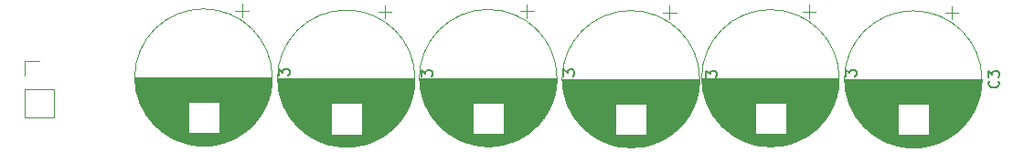
<source format=gbr>
%TF.GenerationSoftware,KiCad,Pcbnew,7.0.11*%
%TF.CreationDate,2025-03-06T22:54:35+09:00*%
%TF.ProjectId,Capasitor,43617061-7369-4746-9f72-2e6b69636164,rev?*%
%TF.SameCoordinates,Original*%
%TF.FileFunction,Legend,Top*%
%TF.FilePolarity,Positive*%
%FSLAX46Y46*%
G04 Gerber Fmt 4.6, Leading zero omitted, Abs format (unit mm)*
G04 Created by KiCad (PCBNEW 7.0.11) date 2025-03-06 22:54:35*
%MOMM*%
%LPD*%
G01*
G04 APERTURE LIST*
%ADD10C,0.150000*%
%ADD11C,0.120000*%
G04 APERTURE END LIST*
D10*
X193169580Y-101856666D02*
X193217200Y-101904285D01*
X193217200Y-101904285D02*
X193264819Y-102047142D01*
X193264819Y-102047142D02*
X193264819Y-102142380D01*
X193264819Y-102142380D02*
X193217200Y-102285237D01*
X193217200Y-102285237D02*
X193121961Y-102380475D01*
X193121961Y-102380475D02*
X193026723Y-102428094D01*
X193026723Y-102428094D02*
X192836247Y-102475713D01*
X192836247Y-102475713D02*
X192693390Y-102475713D01*
X192693390Y-102475713D02*
X192502914Y-102428094D01*
X192502914Y-102428094D02*
X192407676Y-102380475D01*
X192407676Y-102380475D02*
X192312438Y-102285237D01*
X192312438Y-102285237D02*
X192264819Y-102142380D01*
X192264819Y-102142380D02*
X192264819Y-102047142D01*
X192264819Y-102047142D02*
X192312438Y-101904285D01*
X192312438Y-101904285D02*
X192360057Y-101856666D01*
X192264819Y-101523332D02*
X192264819Y-100904285D01*
X192264819Y-100904285D02*
X192645771Y-101237618D01*
X192645771Y-101237618D02*
X192645771Y-101094761D01*
X192645771Y-101094761D02*
X192693390Y-100999523D01*
X192693390Y-100999523D02*
X192741009Y-100951904D01*
X192741009Y-100951904D02*
X192836247Y-100904285D01*
X192836247Y-100904285D02*
X193074342Y-100904285D01*
X193074342Y-100904285D02*
X193169580Y-100951904D01*
X193169580Y-100951904D02*
X193217200Y-100999523D01*
X193217200Y-100999523D02*
X193264819Y-101094761D01*
X193264819Y-101094761D02*
X193264819Y-101380475D01*
X193264819Y-101380475D02*
X193217200Y-101475713D01*
X193217200Y-101475713D02*
X193169580Y-101523332D01*
X179949580Y-101750625D02*
X179997200Y-101798244D01*
X179997200Y-101798244D02*
X180044819Y-101941101D01*
X180044819Y-101941101D02*
X180044819Y-102036339D01*
X180044819Y-102036339D02*
X179997200Y-102179196D01*
X179997200Y-102179196D02*
X179901961Y-102274434D01*
X179901961Y-102274434D02*
X179806723Y-102322053D01*
X179806723Y-102322053D02*
X179616247Y-102369672D01*
X179616247Y-102369672D02*
X179473390Y-102369672D01*
X179473390Y-102369672D02*
X179282914Y-102322053D01*
X179282914Y-102322053D02*
X179187676Y-102274434D01*
X179187676Y-102274434D02*
X179092438Y-102179196D01*
X179092438Y-102179196D02*
X179044819Y-102036339D01*
X179044819Y-102036339D02*
X179044819Y-101941101D01*
X179044819Y-101941101D02*
X179092438Y-101798244D01*
X179092438Y-101798244D02*
X179140057Y-101750625D01*
X179044819Y-101417291D02*
X179044819Y-100798244D01*
X179044819Y-100798244D02*
X179425771Y-101131577D01*
X179425771Y-101131577D02*
X179425771Y-100988720D01*
X179425771Y-100988720D02*
X179473390Y-100893482D01*
X179473390Y-100893482D02*
X179521009Y-100845863D01*
X179521009Y-100845863D02*
X179616247Y-100798244D01*
X179616247Y-100798244D02*
X179854342Y-100798244D01*
X179854342Y-100798244D02*
X179949580Y-100845863D01*
X179949580Y-100845863D02*
X179997200Y-100893482D01*
X179997200Y-100893482D02*
X180044819Y-100988720D01*
X180044819Y-100988720D02*
X180044819Y-101274434D01*
X180044819Y-101274434D02*
X179997200Y-101369672D01*
X179997200Y-101369672D02*
X179949580Y-101417291D01*
X167029580Y-101836666D02*
X167077200Y-101884285D01*
X167077200Y-101884285D02*
X167124819Y-102027142D01*
X167124819Y-102027142D02*
X167124819Y-102122380D01*
X167124819Y-102122380D02*
X167077200Y-102265237D01*
X167077200Y-102265237D02*
X166981961Y-102360475D01*
X166981961Y-102360475D02*
X166886723Y-102408094D01*
X166886723Y-102408094D02*
X166696247Y-102455713D01*
X166696247Y-102455713D02*
X166553390Y-102455713D01*
X166553390Y-102455713D02*
X166362914Y-102408094D01*
X166362914Y-102408094D02*
X166267676Y-102360475D01*
X166267676Y-102360475D02*
X166172438Y-102265237D01*
X166172438Y-102265237D02*
X166124819Y-102122380D01*
X166124819Y-102122380D02*
X166124819Y-102027142D01*
X166124819Y-102027142D02*
X166172438Y-101884285D01*
X166172438Y-101884285D02*
X166220057Y-101836666D01*
X166124819Y-101503332D02*
X166124819Y-100884285D01*
X166124819Y-100884285D02*
X166505771Y-101217618D01*
X166505771Y-101217618D02*
X166505771Y-101074761D01*
X166505771Y-101074761D02*
X166553390Y-100979523D01*
X166553390Y-100979523D02*
X166601009Y-100931904D01*
X166601009Y-100931904D02*
X166696247Y-100884285D01*
X166696247Y-100884285D02*
X166934342Y-100884285D01*
X166934342Y-100884285D02*
X167029580Y-100931904D01*
X167029580Y-100931904D02*
X167077200Y-100979523D01*
X167077200Y-100979523D02*
X167124819Y-101074761D01*
X167124819Y-101074761D02*
X167124819Y-101360475D01*
X167124819Y-101360475D02*
X167077200Y-101455713D01*
X167077200Y-101455713D02*
X167029580Y-101503332D01*
X153809580Y-101730625D02*
X153857200Y-101778244D01*
X153857200Y-101778244D02*
X153904819Y-101921101D01*
X153904819Y-101921101D02*
X153904819Y-102016339D01*
X153904819Y-102016339D02*
X153857200Y-102159196D01*
X153857200Y-102159196D02*
X153761961Y-102254434D01*
X153761961Y-102254434D02*
X153666723Y-102302053D01*
X153666723Y-102302053D02*
X153476247Y-102349672D01*
X153476247Y-102349672D02*
X153333390Y-102349672D01*
X153333390Y-102349672D02*
X153142914Y-102302053D01*
X153142914Y-102302053D02*
X153047676Y-102254434D01*
X153047676Y-102254434D02*
X152952438Y-102159196D01*
X152952438Y-102159196D02*
X152904819Y-102016339D01*
X152904819Y-102016339D02*
X152904819Y-101921101D01*
X152904819Y-101921101D02*
X152952438Y-101778244D01*
X152952438Y-101778244D02*
X153000057Y-101730625D01*
X152904819Y-101397291D02*
X152904819Y-100778244D01*
X152904819Y-100778244D02*
X153285771Y-101111577D01*
X153285771Y-101111577D02*
X153285771Y-100968720D01*
X153285771Y-100968720D02*
X153333390Y-100873482D01*
X153333390Y-100873482D02*
X153381009Y-100825863D01*
X153381009Y-100825863D02*
X153476247Y-100778244D01*
X153476247Y-100778244D02*
X153714342Y-100778244D01*
X153714342Y-100778244D02*
X153809580Y-100825863D01*
X153809580Y-100825863D02*
X153857200Y-100873482D01*
X153857200Y-100873482D02*
X153904819Y-100968720D01*
X153904819Y-100968720D02*
X153904819Y-101254434D01*
X153904819Y-101254434D02*
X153857200Y-101349672D01*
X153857200Y-101349672D02*
X153809580Y-101397291D01*
X140669580Y-101786666D02*
X140717200Y-101834285D01*
X140717200Y-101834285D02*
X140764819Y-101977142D01*
X140764819Y-101977142D02*
X140764819Y-102072380D01*
X140764819Y-102072380D02*
X140717200Y-102215237D01*
X140717200Y-102215237D02*
X140621961Y-102310475D01*
X140621961Y-102310475D02*
X140526723Y-102358094D01*
X140526723Y-102358094D02*
X140336247Y-102405713D01*
X140336247Y-102405713D02*
X140193390Y-102405713D01*
X140193390Y-102405713D02*
X140002914Y-102358094D01*
X140002914Y-102358094D02*
X139907676Y-102310475D01*
X139907676Y-102310475D02*
X139812438Y-102215237D01*
X139812438Y-102215237D02*
X139764819Y-102072380D01*
X139764819Y-102072380D02*
X139764819Y-101977142D01*
X139764819Y-101977142D02*
X139812438Y-101834285D01*
X139812438Y-101834285D02*
X139860057Y-101786666D01*
X139764819Y-101453332D02*
X139764819Y-100834285D01*
X139764819Y-100834285D02*
X140145771Y-101167618D01*
X140145771Y-101167618D02*
X140145771Y-101024761D01*
X140145771Y-101024761D02*
X140193390Y-100929523D01*
X140193390Y-100929523D02*
X140241009Y-100881904D01*
X140241009Y-100881904D02*
X140336247Y-100834285D01*
X140336247Y-100834285D02*
X140574342Y-100834285D01*
X140574342Y-100834285D02*
X140669580Y-100881904D01*
X140669580Y-100881904D02*
X140717200Y-100929523D01*
X140717200Y-100929523D02*
X140764819Y-101024761D01*
X140764819Y-101024761D02*
X140764819Y-101310475D01*
X140764819Y-101310475D02*
X140717200Y-101405713D01*
X140717200Y-101405713D02*
X140669580Y-101453332D01*
X127449580Y-101680625D02*
X127497200Y-101728244D01*
X127497200Y-101728244D02*
X127544819Y-101871101D01*
X127544819Y-101871101D02*
X127544819Y-101966339D01*
X127544819Y-101966339D02*
X127497200Y-102109196D01*
X127497200Y-102109196D02*
X127401961Y-102204434D01*
X127401961Y-102204434D02*
X127306723Y-102252053D01*
X127306723Y-102252053D02*
X127116247Y-102299672D01*
X127116247Y-102299672D02*
X126973390Y-102299672D01*
X126973390Y-102299672D02*
X126782914Y-102252053D01*
X126782914Y-102252053D02*
X126687676Y-102204434D01*
X126687676Y-102204434D02*
X126592438Y-102109196D01*
X126592438Y-102109196D02*
X126544819Y-101966339D01*
X126544819Y-101966339D02*
X126544819Y-101871101D01*
X126544819Y-101871101D02*
X126592438Y-101728244D01*
X126592438Y-101728244D02*
X126640057Y-101680625D01*
X126544819Y-101347291D02*
X126544819Y-100728244D01*
X126544819Y-100728244D02*
X126925771Y-101061577D01*
X126925771Y-101061577D02*
X126925771Y-100918720D01*
X126925771Y-100918720D02*
X126973390Y-100823482D01*
X126973390Y-100823482D02*
X127021009Y-100775863D01*
X127021009Y-100775863D02*
X127116247Y-100728244D01*
X127116247Y-100728244D02*
X127354342Y-100728244D01*
X127354342Y-100728244D02*
X127449580Y-100775863D01*
X127449580Y-100775863D02*
X127497200Y-100823482D01*
X127497200Y-100823482D02*
X127544819Y-100918720D01*
X127544819Y-100918720D02*
X127544819Y-101204434D01*
X127544819Y-101204434D02*
X127497200Y-101299672D01*
X127497200Y-101299672D02*
X127449580Y-101347291D01*
D11*
%TO.C,C3*%
X188885000Y-94872918D02*
X188885000Y-96122918D01*
X189510000Y-95497918D02*
X188260000Y-95497918D01*
X191640000Y-101690000D02*
X178980000Y-101690000D01*
X191640000Y-101730000D02*
X178980000Y-101730000D01*
X191640000Y-101770000D02*
X178980000Y-101770000D01*
X191639000Y-101810000D02*
X178981000Y-101810000D01*
X191638000Y-101850000D02*
X178982000Y-101850000D01*
X191637000Y-101890000D02*
X178983000Y-101890000D01*
X191636000Y-101930000D02*
X178984000Y-101930000D01*
X191634000Y-101970000D02*
X178986000Y-101970000D01*
X191632000Y-102010000D02*
X178988000Y-102010000D01*
X191630000Y-102050000D02*
X178990000Y-102050000D01*
X191628000Y-102090000D02*
X178992000Y-102090000D01*
X191625000Y-102130000D02*
X178995000Y-102130000D01*
X191622000Y-102170000D02*
X178998000Y-102170000D01*
X191619000Y-102210000D02*
X179001000Y-102210000D01*
X191616000Y-102250000D02*
X179004000Y-102250000D01*
X191612000Y-102290000D02*
X179008000Y-102290000D01*
X191608000Y-102330000D02*
X179012000Y-102330000D01*
X191604000Y-102370000D02*
X179016000Y-102370000D01*
X191600000Y-102411000D02*
X179020000Y-102411000D01*
X191595000Y-102451000D02*
X179025000Y-102451000D01*
X191590000Y-102491000D02*
X179030000Y-102491000D01*
X191585000Y-102531000D02*
X179035000Y-102531000D01*
X191579000Y-102571000D02*
X179041000Y-102571000D01*
X191574000Y-102611000D02*
X179046000Y-102611000D01*
X191568000Y-102651000D02*
X179052000Y-102651000D01*
X191562000Y-102691000D02*
X179058000Y-102691000D01*
X191555000Y-102731000D02*
X179065000Y-102731000D01*
X191548000Y-102771000D02*
X179072000Y-102771000D01*
X191541000Y-102811000D02*
X179079000Y-102811000D01*
X191534000Y-102851000D02*
X179086000Y-102851000D01*
X191526000Y-102891000D02*
X179094000Y-102891000D01*
X191519000Y-102931000D02*
X179101000Y-102931000D01*
X191511000Y-102971000D02*
X179109000Y-102971000D01*
X191502000Y-103011000D02*
X179118000Y-103011000D01*
X191494000Y-103051000D02*
X179126000Y-103051000D01*
X191485000Y-103091000D02*
X179135000Y-103091000D01*
X191476000Y-103131000D02*
X179144000Y-103131000D01*
X191466000Y-103171000D02*
X179154000Y-103171000D01*
X191456000Y-103211000D02*
X179164000Y-103211000D01*
X191447000Y-103251000D02*
X179173000Y-103251000D01*
X191436000Y-103291000D02*
X179184000Y-103291000D01*
X191426000Y-103331000D02*
X179194000Y-103331000D01*
X191415000Y-103371000D02*
X179205000Y-103371000D01*
X191404000Y-103411000D02*
X179216000Y-103411000D01*
X191393000Y-103451000D02*
X179227000Y-103451000D01*
X191381000Y-103491000D02*
X179239000Y-103491000D01*
X191369000Y-103531000D02*
X179251000Y-103531000D01*
X191357000Y-103571000D02*
X179263000Y-103571000D01*
X191344000Y-103611000D02*
X179276000Y-103611000D01*
X191331000Y-103651000D02*
X179289000Y-103651000D01*
X191318000Y-103691000D02*
X179302000Y-103691000D01*
X191305000Y-103731000D02*
X179315000Y-103731000D01*
X191291000Y-103771000D02*
X179329000Y-103771000D01*
X191277000Y-103811000D02*
X179343000Y-103811000D01*
X191263000Y-103851000D02*
X179357000Y-103851000D01*
X191249000Y-103891000D02*
X179371000Y-103891000D01*
X191234000Y-103931000D02*
X179386000Y-103931000D01*
X191218000Y-103971000D02*
X179402000Y-103971000D01*
X191203000Y-104011000D02*
X186750000Y-104011000D01*
X183870000Y-104011000D02*
X179417000Y-104011000D01*
X191187000Y-104051000D02*
X186750000Y-104051000D01*
X183870000Y-104051000D02*
X179433000Y-104051000D01*
X191171000Y-104091000D02*
X186750000Y-104091000D01*
X183870000Y-104091000D02*
X179449000Y-104091000D01*
X191155000Y-104131000D02*
X186750000Y-104131000D01*
X183870000Y-104131000D02*
X179465000Y-104131000D01*
X191138000Y-104171000D02*
X186750000Y-104171000D01*
X183870000Y-104171000D02*
X179482000Y-104171000D01*
X191121000Y-104211000D02*
X186750000Y-104211000D01*
X183870000Y-104211000D02*
X179499000Y-104211000D01*
X191103000Y-104251000D02*
X186750000Y-104251000D01*
X183870000Y-104251000D02*
X179517000Y-104251000D01*
X191086000Y-104291000D02*
X186750000Y-104291000D01*
X183870000Y-104291000D02*
X179534000Y-104291000D01*
X191068000Y-104331000D02*
X186750000Y-104331000D01*
X183870000Y-104331000D02*
X179552000Y-104331000D01*
X191049000Y-104371000D02*
X186750000Y-104371000D01*
X183870000Y-104371000D02*
X179571000Y-104371000D01*
X191031000Y-104411000D02*
X186750000Y-104411000D01*
X183870000Y-104411000D02*
X179589000Y-104411000D01*
X191012000Y-104451000D02*
X186750000Y-104451000D01*
X183870000Y-104451000D02*
X179608000Y-104451000D01*
X190992000Y-104491000D02*
X186750000Y-104491000D01*
X183870000Y-104491000D02*
X179628000Y-104491000D01*
X190972000Y-104531000D02*
X186750000Y-104531000D01*
X183870000Y-104531000D02*
X179648000Y-104531000D01*
X190952000Y-104571000D02*
X186750000Y-104571000D01*
X183870000Y-104571000D02*
X179668000Y-104571000D01*
X190932000Y-104611000D02*
X186750000Y-104611000D01*
X183870000Y-104611000D02*
X179688000Y-104611000D01*
X190911000Y-104651000D02*
X186750000Y-104651000D01*
X183870000Y-104651000D02*
X179709000Y-104651000D01*
X190890000Y-104691000D02*
X186750000Y-104691000D01*
X183870000Y-104691000D02*
X179730000Y-104691000D01*
X190868000Y-104731000D02*
X186750000Y-104731000D01*
X183870000Y-104731000D02*
X179752000Y-104731000D01*
X190846000Y-104771000D02*
X186750000Y-104771000D01*
X183870000Y-104771000D02*
X179774000Y-104771000D01*
X190824000Y-104811000D02*
X186750000Y-104811000D01*
X183870000Y-104811000D02*
X179796000Y-104811000D01*
X190801000Y-104851000D02*
X186750000Y-104851000D01*
X183870000Y-104851000D02*
X179819000Y-104851000D01*
X190778000Y-104891000D02*
X186750000Y-104891000D01*
X183870000Y-104891000D02*
X179842000Y-104891000D01*
X190755000Y-104931000D02*
X186750000Y-104931000D01*
X183870000Y-104931000D02*
X179865000Y-104931000D01*
X190731000Y-104971000D02*
X186750000Y-104971000D01*
X183870000Y-104971000D02*
X179889000Y-104971000D01*
X190707000Y-105011000D02*
X186750000Y-105011000D01*
X183870000Y-105011000D02*
X179913000Y-105011000D01*
X190682000Y-105051000D02*
X186750000Y-105051000D01*
X183870000Y-105051000D02*
X179938000Y-105051000D01*
X190657000Y-105091000D02*
X186750000Y-105091000D01*
X183870000Y-105091000D02*
X179963000Y-105091000D01*
X190632000Y-105131000D02*
X186750000Y-105131000D01*
X183870000Y-105131000D02*
X179988000Y-105131000D01*
X190606000Y-105171000D02*
X186750000Y-105171000D01*
X183870000Y-105171000D02*
X180014000Y-105171000D01*
X190580000Y-105211000D02*
X186750000Y-105211000D01*
X183870000Y-105211000D02*
X180040000Y-105211000D01*
X190553000Y-105251000D02*
X186750000Y-105251000D01*
X183870000Y-105251000D02*
X180067000Y-105251000D01*
X190526000Y-105291000D02*
X186750000Y-105291000D01*
X183870000Y-105291000D02*
X180094000Y-105291000D01*
X190498000Y-105331000D02*
X186750000Y-105331000D01*
X183870000Y-105331000D02*
X180122000Y-105331000D01*
X190470000Y-105371000D02*
X186750000Y-105371000D01*
X183870000Y-105371000D02*
X180150000Y-105371000D01*
X190441000Y-105411000D02*
X186750000Y-105411000D01*
X183870000Y-105411000D02*
X180179000Y-105411000D01*
X190412000Y-105451000D02*
X186750000Y-105451000D01*
X183870000Y-105451000D02*
X180208000Y-105451000D01*
X190383000Y-105491000D02*
X186750000Y-105491000D01*
X183870000Y-105491000D02*
X180237000Y-105491000D01*
X190353000Y-105531000D02*
X186750000Y-105531000D01*
X183870000Y-105531000D02*
X180267000Y-105531000D01*
X190322000Y-105571000D02*
X186750000Y-105571000D01*
X183870000Y-105571000D02*
X180298000Y-105571000D01*
X190292000Y-105611000D02*
X186750000Y-105611000D01*
X183870000Y-105611000D02*
X180328000Y-105611000D01*
X190260000Y-105651000D02*
X186750000Y-105651000D01*
X183870000Y-105651000D02*
X180360000Y-105651000D01*
X190228000Y-105691000D02*
X186750000Y-105691000D01*
X183870000Y-105691000D02*
X180392000Y-105691000D01*
X190195000Y-105731000D02*
X186750000Y-105731000D01*
X183870000Y-105731000D02*
X180425000Y-105731000D01*
X190162000Y-105771000D02*
X186750000Y-105771000D01*
X183870000Y-105771000D02*
X180458000Y-105771000D01*
X190129000Y-105811000D02*
X186750000Y-105811000D01*
X183870000Y-105811000D02*
X180491000Y-105811000D01*
X190095000Y-105851000D02*
X186750000Y-105851000D01*
X183870000Y-105851000D02*
X180525000Y-105851000D01*
X190060000Y-105891000D02*
X186750000Y-105891000D01*
X183870000Y-105891000D02*
X180560000Y-105891000D01*
X190024000Y-105931000D02*
X186750000Y-105931000D01*
X183870000Y-105931000D02*
X180596000Y-105931000D01*
X189988000Y-105971000D02*
X186750000Y-105971000D01*
X183870000Y-105971000D02*
X180632000Y-105971000D01*
X189952000Y-106011000D02*
X186750000Y-106011000D01*
X183870000Y-106011000D02*
X180668000Y-106011000D01*
X189915000Y-106051000D02*
X186750000Y-106051000D01*
X183870000Y-106051000D02*
X180705000Y-106051000D01*
X189877000Y-106091000D02*
X186750000Y-106091000D01*
X183870000Y-106091000D02*
X180743000Y-106091000D01*
X189838000Y-106131000D02*
X186750000Y-106131000D01*
X183870000Y-106131000D02*
X180782000Y-106131000D01*
X189799000Y-106171000D02*
X186750000Y-106171000D01*
X183870000Y-106171000D02*
X180821000Y-106171000D01*
X189759000Y-106211000D02*
X186750000Y-106211000D01*
X183870000Y-106211000D02*
X180861000Y-106211000D01*
X189718000Y-106251000D02*
X186750000Y-106251000D01*
X183870000Y-106251000D02*
X180902000Y-106251000D01*
X189677000Y-106291000D02*
X186750000Y-106291000D01*
X183870000Y-106291000D02*
X180943000Y-106291000D01*
X189635000Y-106331000D02*
X186750000Y-106331000D01*
X183870000Y-106331000D02*
X180985000Y-106331000D01*
X189592000Y-106371000D02*
X186750000Y-106371000D01*
X183870000Y-106371000D02*
X181028000Y-106371000D01*
X189548000Y-106411000D02*
X186750000Y-106411000D01*
X183870000Y-106411000D02*
X181072000Y-106411000D01*
X189504000Y-106451000D02*
X186750000Y-106451000D01*
X183870000Y-106451000D02*
X181116000Y-106451000D01*
X189458000Y-106491000D02*
X186750000Y-106491000D01*
X183870000Y-106491000D02*
X181162000Y-106491000D01*
X189412000Y-106531000D02*
X186750000Y-106531000D01*
X183870000Y-106531000D02*
X181208000Y-106531000D01*
X189365000Y-106571000D02*
X186750000Y-106571000D01*
X183870000Y-106571000D02*
X181255000Y-106571000D01*
X189317000Y-106611000D02*
X186750000Y-106611000D01*
X183870000Y-106611000D02*
X181303000Y-106611000D01*
X189267000Y-106651000D02*
X186750000Y-106651000D01*
X183870000Y-106651000D02*
X181353000Y-106651000D01*
X189217000Y-106691000D02*
X186750000Y-106691000D01*
X183870000Y-106691000D02*
X181403000Y-106691000D01*
X189166000Y-106731000D02*
X186750000Y-106731000D01*
X183870000Y-106731000D02*
X181454000Y-106731000D01*
X189114000Y-106771000D02*
X186750000Y-106771000D01*
X183870000Y-106771000D02*
X181506000Y-106771000D01*
X189060000Y-106811000D02*
X186750000Y-106811000D01*
X183870000Y-106811000D02*
X181560000Y-106811000D01*
X189006000Y-106851000D02*
X186750000Y-106851000D01*
X183870000Y-106851000D02*
X181614000Y-106851000D01*
X188950000Y-106891000D02*
X181670000Y-106891000D01*
X188893000Y-106931000D02*
X181727000Y-106931000D01*
X188834000Y-106971000D02*
X181786000Y-106971000D01*
X188774000Y-107011000D02*
X181846000Y-107011000D01*
X188712000Y-107051000D02*
X181908000Y-107051000D01*
X188649000Y-107091000D02*
X181971000Y-107091000D01*
X188585000Y-107131000D02*
X182035000Y-107131000D01*
X188518000Y-107171000D02*
X182102000Y-107171000D01*
X188450000Y-107211000D02*
X182170000Y-107211000D01*
X188379000Y-107251000D02*
X182241000Y-107251000D01*
X188306000Y-107291000D02*
X182314000Y-107291000D01*
X188231000Y-107331000D02*
X182389000Y-107331000D01*
X188154000Y-107371000D02*
X182466000Y-107371000D01*
X188074000Y-107411000D02*
X182546000Y-107411000D01*
X187991000Y-107451000D02*
X182629000Y-107451000D01*
X187904000Y-107491000D02*
X182716000Y-107491000D01*
X187814000Y-107531000D02*
X182806000Y-107531000D01*
X187720000Y-107571000D02*
X182900000Y-107571000D01*
X187622000Y-107611000D02*
X182998000Y-107611000D01*
X187519000Y-107651000D02*
X183101000Y-107651000D01*
X187410000Y-107691000D02*
X183210000Y-107691000D01*
X187294000Y-107731000D02*
X183326000Y-107731000D01*
X187171000Y-107771000D02*
X183449000Y-107771000D01*
X187038000Y-107811000D02*
X183582000Y-107811000D01*
X186893000Y-107851000D02*
X183727000Y-107851000D01*
X186732000Y-107891000D02*
X183888000Y-107891000D01*
X186551000Y-107931000D02*
X184069000Y-107931000D01*
X186338000Y-107971000D02*
X184282000Y-107971000D01*
X186067000Y-108011000D02*
X184553000Y-108011000D01*
X185627000Y-108051000D02*
X184993000Y-108051000D01*
X191680000Y-101690000D02*
G75*
G03*
X178940000Y-101690000I-6370000J0D01*
G01*
X178940000Y-101690000D02*
G75*
G03*
X191680000Y-101690000I6370000J0D01*
G01*
X175665000Y-94766877D02*
X175665000Y-96016877D01*
X176290000Y-95391877D02*
X175040000Y-95391877D01*
X178420000Y-101583959D02*
X165760000Y-101583959D01*
X178420000Y-101623959D02*
X165760000Y-101623959D01*
X178420000Y-101663959D02*
X165760000Y-101663959D01*
X178419000Y-101703959D02*
X165761000Y-101703959D01*
X178418000Y-101743959D02*
X165762000Y-101743959D01*
X178417000Y-101783959D02*
X165763000Y-101783959D01*
X178416000Y-101823959D02*
X165764000Y-101823959D01*
X178414000Y-101863959D02*
X165766000Y-101863959D01*
X178412000Y-101903959D02*
X165768000Y-101903959D01*
X178410000Y-101943959D02*
X165770000Y-101943959D01*
X178408000Y-101983959D02*
X165772000Y-101983959D01*
X178405000Y-102023959D02*
X165775000Y-102023959D01*
X178402000Y-102063959D02*
X165778000Y-102063959D01*
X178399000Y-102103959D02*
X165781000Y-102103959D01*
X178396000Y-102143959D02*
X165784000Y-102143959D01*
X178392000Y-102183959D02*
X165788000Y-102183959D01*
X178388000Y-102223959D02*
X165792000Y-102223959D01*
X178384000Y-102263959D02*
X165796000Y-102263959D01*
X178380000Y-102304959D02*
X165800000Y-102304959D01*
X178375000Y-102344959D02*
X165805000Y-102344959D01*
X178370000Y-102384959D02*
X165810000Y-102384959D01*
X178365000Y-102424959D02*
X165815000Y-102424959D01*
X178359000Y-102464959D02*
X165821000Y-102464959D01*
X178354000Y-102504959D02*
X165826000Y-102504959D01*
X178348000Y-102544959D02*
X165832000Y-102544959D01*
X178342000Y-102584959D02*
X165838000Y-102584959D01*
X178335000Y-102624959D02*
X165845000Y-102624959D01*
X178328000Y-102664959D02*
X165852000Y-102664959D01*
X178321000Y-102704959D02*
X165859000Y-102704959D01*
X178314000Y-102744959D02*
X165866000Y-102744959D01*
X178306000Y-102784959D02*
X165874000Y-102784959D01*
X178299000Y-102824959D02*
X165881000Y-102824959D01*
X178291000Y-102864959D02*
X165889000Y-102864959D01*
X178282000Y-102904959D02*
X165898000Y-102904959D01*
X178274000Y-102944959D02*
X165906000Y-102944959D01*
X178265000Y-102984959D02*
X165915000Y-102984959D01*
X178256000Y-103024959D02*
X165924000Y-103024959D01*
X178246000Y-103064959D02*
X165934000Y-103064959D01*
X178236000Y-103104959D02*
X165944000Y-103104959D01*
X178227000Y-103144959D02*
X165953000Y-103144959D01*
X178216000Y-103184959D02*
X165964000Y-103184959D01*
X178206000Y-103224959D02*
X165974000Y-103224959D01*
X178195000Y-103264959D02*
X165985000Y-103264959D01*
X178184000Y-103304959D02*
X165996000Y-103304959D01*
X178173000Y-103344959D02*
X166007000Y-103344959D01*
X178161000Y-103384959D02*
X166019000Y-103384959D01*
X178149000Y-103424959D02*
X166031000Y-103424959D01*
X178137000Y-103464959D02*
X166043000Y-103464959D01*
X178124000Y-103504959D02*
X166056000Y-103504959D01*
X178111000Y-103544959D02*
X166069000Y-103544959D01*
X178098000Y-103584959D02*
X166082000Y-103584959D01*
X178085000Y-103624959D02*
X166095000Y-103624959D01*
X178071000Y-103664959D02*
X166109000Y-103664959D01*
X178057000Y-103704959D02*
X166123000Y-103704959D01*
X178043000Y-103744959D02*
X166137000Y-103744959D01*
X178029000Y-103784959D02*
X166151000Y-103784959D01*
X178014000Y-103824959D02*
X166166000Y-103824959D01*
X177998000Y-103864959D02*
X166182000Y-103864959D01*
X177983000Y-103904959D02*
X173530000Y-103904959D01*
X170650000Y-103904959D02*
X166197000Y-103904959D01*
X177967000Y-103944959D02*
X173530000Y-103944959D01*
X170650000Y-103944959D02*
X166213000Y-103944959D01*
X177951000Y-103984959D02*
X173530000Y-103984959D01*
X170650000Y-103984959D02*
X166229000Y-103984959D01*
X177935000Y-104024959D02*
X173530000Y-104024959D01*
X170650000Y-104024959D02*
X166245000Y-104024959D01*
X177918000Y-104064959D02*
X173530000Y-104064959D01*
X170650000Y-104064959D02*
X166262000Y-104064959D01*
X177901000Y-104104959D02*
X173530000Y-104104959D01*
X170650000Y-104104959D02*
X166279000Y-104104959D01*
X177883000Y-104144959D02*
X173530000Y-104144959D01*
X170650000Y-104144959D02*
X166297000Y-104144959D01*
X177866000Y-104184959D02*
X173530000Y-104184959D01*
X170650000Y-104184959D02*
X166314000Y-104184959D01*
X177848000Y-104224959D02*
X173530000Y-104224959D01*
X170650000Y-104224959D02*
X166332000Y-104224959D01*
X177829000Y-104264959D02*
X173530000Y-104264959D01*
X170650000Y-104264959D02*
X166351000Y-104264959D01*
X177811000Y-104304959D02*
X173530000Y-104304959D01*
X170650000Y-104304959D02*
X166369000Y-104304959D01*
X177792000Y-104344959D02*
X173530000Y-104344959D01*
X170650000Y-104344959D02*
X166388000Y-104344959D01*
X177772000Y-104384959D02*
X173530000Y-104384959D01*
X170650000Y-104384959D02*
X166408000Y-104384959D01*
X177752000Y-104424959D02*
X173530000Y-104424959D01*
X170650000Y-104424959D02*
X166428000Y-104424959D01*
X177732000Y-104464959D02*
X173530000Y-104464959D01*
X170650000Y-104464959D02*
X166448000Y-104464959D01*
X177712000Y-104504959D02*
X173530000Y-104504959D01*
X170650000Y-104504959D02*
X166468000Y-104504959D01*
X177691000Y-104544959D02*
X173530000Y-104544959D01*
X170650000Y-104544959D02*
X166489000Y-104544959D01*
X177670000Y-104584959D02*
X173530000Y-104584959D01*
X170650000Y-104584959D02*
X166510000Y-104584959D01*
X177648000Y-104624959D02*
X173530000Y-104624959D01*
X170650000Y-104624959D02*
X166532000Y-104624959D01*
X177626000Y-104664959D02*
X173530000Y-104664959D01*
X170650000Y-104664959D02*
X166554000Y-104664959D01*
X177604000Y-104704959D02*
X173530000Y-104704959D01*
X170650000Y-104704959D02*
X166576000Y-104704959D01*
X177581000Y-104744959D02*
X173530000Y-104744959D01*
X170650000Y-104744959D02*
X166599000Y-104744959D01*
X177558000Y-104784959D02*
X173530000Y-104784959D01*
X170650000Y-104784959D02*
X166622000Y-104784959D01*
X177535000Y-104824959D02*
X173530000Y-104824959D01*
X170650000Y-104824959D02*
X166645000Y-104824959D01*
X177511000Y-104864959D02*
X173530000Y-104864959D01*
X170650000Y-104864959D02*
X166669000Y-104864959D01*
X177487000Y-104904959D02*
X173530000Y-104904959D01*
X170650000Y-104904959D02*
X166693000Y-104904959D01*
X177462000Y-104944959D02*
X173530000Y-104944959D01*
X170650000Y-104944959D02*
X166718000Y-104944959D01*
X177437000Y-104984959D02*
X173530000Y-104984959D01*
X170650000Y-104984959D02*
X166743000Y-104984959D01*
X177412000Y-105024959D02*
X173530000Y-105024959D01*
X170650000Y-105024959D02*
X166768000Y-105024959D01*
X177386000Y-105064959D02*
X173530000Y-105064959D01*
X170650000Y-105064959D02*
X166794000Y-105064959D01*
X177360000Y-105104959D02*
X173530000Y-105104959D01*
X170650000Y-105104959D02*
X166820000Y-105104959D01*
X177333000Y-105144959D02*
X173530000Y-105144959D01*
X170650000Y-105144959D02*
X166847000Y-105144959D01*
X177306000Y-105184959D02*
X173530000Y-105184959D01*
X170650000Y-105184959D02*
X166874000Y-105184959D01*
X177278000Y-105224959D02*
X173530000Y-105224959D01*
X170650000Y-105224959D02*
X166902000Y-105224959D01*
X177250000Y-105264959D02*
X173530000Y-105264959D01*
X170650000Y-105264959D02*
X166930000Y-105264959D01*
X177221000Y-105304959D02*
X173530000Y-105304959D01*
X170650000Y-105304959D02*
X166959000Y-105304959D01*
X177192000Y-105344959D02*
X173530000Y-105344959D01*
X170650000Y-105344959D02*
X166988000Y-105344959D01*
X177163000Y-105384959D02*
X173530000Y-105384959D01*
X170650000Y-105384959D02*
X167017000Y-105384959D01*
X177133000Y-105424959D02*
X173530000Y-105424959D01*
X170650000Y-105424959D02*
X167047000Y-105424959D01*
X177102000Y-105464959D02*
X173530000Y-105464959D01*
X170650000Y-105464959D02*
X167078000Y-105464959D01*
X177072000Y-105504959D02*
X173530000Y-105504959D01*
X170650000Y-105504959D02*
X167108000Y-105504959D01*
X177040000Y-105544959D02*
X173530000Y-105544959D01*
X170650000Y-105544959D02*
X167140000Y-105544959D01*
X177008000Y-105584959D02*
X173530000Y-105584959D01*
X170650000Y-105584959D02*
X167172000Y-105584959D01*
X176975000Y-105624959D02*
X173530000Y-105624959D01*
X170650000Y-105624959D02*
X167205000Y-105624959D01*
X176942000Y-105664959D02*
X173530000Y-105664959D01*
X170650000Y-105664959D02*
X167238000Y-105664959D01*
X176909000Y-105704959D02*
X173530000Y-105704959D01*
X170650000Y-105704959D02*
X167271000Y-105704959D01*
X176875000Y-105744959D02*
X173530000Y-105744959D01*
X170650000Y-105744959D02*
X167305000Y-105744959D01*
X176840000Y-105784959D02*
X173530000Y-105784959D01*
X170650000Y-105784959D02*
X167340000Y-105784959D01*
X176804000Y-105824959D02*
X173530000Y-105824959D01*
X170650000Y-105824959D02*
X167376000Y-105824959D01*
X176768000Y-105864959D02*
X173530000Y-105864959D01*
X170650000Y-105864959D02*
X167412000Y-105864959D01*
X176732000Y-105904959D02*
X173530000Y-105904959D01*
X170650000Y-105904959D02*
X167448000Y-105904959D01*
X176695000Y-105944959D02*
X173530000Y-105944959D01*
X170650000Y-105944959D02*
X167485000Y-105944959D01*
X176657000Y-105984959D02*
X173530000Y-105984959D01*
X170650000Y-105984959D02*
X167523000Y-105984959D01*
X176618000Y-106024959D02*
X173530000Y-106024959D01*
X170650000Y-106024959D02*
X167562000Y-106024959D01*
X176579000Y-106064959D02*
X173530000Y-106064959D01*
X170650000Y-106064959D02*
X167601000Y-106064959D01*
X176539000Y-106104959D02*
X173530000Y-106104959D01*
X170650000Y-106104959D02*
X167641000Y-106104959D01*
X176498000Y-106144959D02*
X173530000Y-106144959D01*
X170650000Y-106144959D02*
X167682000Y-106144959D01*
X176457000Y-106184959D02*
X173530000Y-106184959D01*
X170650000Y-106184959D02*
X167723000Y-106184959D01*
X176415000Y-106224959D02*
X173530000Y-106224959D01*
X170650000Y-106224959D02*
X167765000Y-106224959D01*
X176372000Y-106264959D02*
X173530000Y-106264959D01*
X170650000Y-106264959D02*
X167808000Y-106264959D01*
X176328000Y-106304959D02*
X173530000Y-106304959D01*
X170650000Y-106304959D02*
X167852000Y-106304959D01*
X176284000Y-106344959D02*
X173530000Y-106344959D01*
X170650000Y-106344959D02*
X167896000Y-106344959D01*
X176238000Y-106384959D02*
X173530000Y-106384959D01*
X170650000Y-106384959D02*
X167942000Y-106384959D01*
X176192000Y-106424959D02*
X173530000Y-106424959D01*
X170650000Y-106424959D02*
X167988000Y-106424959D01*
X176145000Y-106464959D02*
X173530000Y-106464959D01*
X170650000Y-106464959D02*
X168035000Y-106464959D01*
X176097000Y-106504959D02*
X173530000Y-106504959D01*
X170650000Y-106504959D02*
X168083000Y-106504959D01*
X176047000Y-106544959D02*
X173530000Y-106544959D01*
X170650000Y-106544959D02*
X168133000Y-106544959D01*
X175997000Y-106584959D02*
X173530000Y-106584959D01*
X170650000Y-106584959D02*
X168183000Y-106584959D01*
X175946000Y-106624959D02*
X173530000Y-106624959D01*
X170650000Y-106624959D02*
X168234000Y-106624959D01*
X175894000Y-106664959D02*
X173530000Y-106664959D01*
X170650000Y-106664959D02*
X168286000Y-106664959D01*
X175840000Y-106704959D02*
X173530000Y-106704959D01*
X170650000Y-106704959D02*
X168340000Y-106704959D01*
X175786000Y-106744959D02*
X173530000Y-106744959D01*
X170650000Y-106744959D02*
X168394000Y-106744959D01*
X175730000Y-106784959D02*
X168450000Y-106784959D01*
X175673000Y-106824959D02*
X168507000Y-106824959D01*
X175614000Y-106864959D02*
X168566000Y-106864959D01*
X175554000Y-106904959D02*
X168626000Y-106904959D01*
X175492000Y-106944959D02*
X168688000Y-106944959D01*
X175429000Y-106984959D02*
X168751000Y-106984959D01*
X175365000Y-107024959D02*
X168815000Y-107024959D01*
X175298000Y-107064959D02*
X168882000Y-107064959D01*
X175230000Y-107104959D02*
X168950000Y-107104959D01*
X175159000Y-107144959D02*
X169021000Y-107144959D01*
X175086000Y-107184959D02*
X169094000Y-107184959D01*
X175011000Y-107224959D02*
X169169000Y-107224959D01*
X174934000Y-107264959D02*
X169246000Y-107264959D01*
X174854000Y-107304959D02*
X169326000Y-107304959D01*
X174771000Y-107344959D02*
X169409000Y-107344959D01*
X174684000Y-107384959D02*
X169496000Y-107384959D01*
X174594000Y-107424959D02*
X169586000Y-107424959D01*
X174500000Y-107464959D02*
X169680000Y-107464959D01*
X174402000Y-107504959D02*
X169778000Y-107504959D01*
X174299000Y-107544959D02*
X169881000Y-107544959D01*
X174190000Y-107584959D02*
X169990000Y-107584959D01*
X174074000Y-107624959D02*
X170106000Y-107624959D01*
X173951000Y-107664959D02*
X170229000Y-107664959D01*
X173818000Y-107704959D02*
X170362000Y-107704959D01*
X173673000Y-107744959D02*
X170507000Y-107744959D01*
X173512000Y-107784959D02*
X170668000Y-107784959D01*
X173331000Y-107824959D02*
X170849000Y-107824959D01*
X173118000Y-107864959D02*
X171062000Y-107864959D01*
X172847000Y-107904959D02*
X171333000Y-107904959D01*
X172407000Y-107944959D02*
X171773000Y-107944959D01*
X178460000Y-101583959D02*
G75*
G03*
X165720000Y-101583959I-6370000J0D01*
G01*
X165720000Y-101583959D02*
G75*
G03*
X178460000Y-101583959I6370000J0D01*
G01*
X162745000Y-94852918D02*
X162745000Y-96102918D01*
X163370000Y-95477918D02*
X162120000Y-95477918D01*
X165500000Y-101670000D02*
X152840000Y-101670000D01*
X165500000Y-101710000D02*
X152840000Y-101710000D01*
X165500000Y-101750000D02*
X152840000Y-101750000D01*
X165499000Y-101790000D02*
X152841000Y-101790000D01*
X165498000Y-101830000D02*
X152842000Y-101830000D01*
X165497000Y-101870000D02*
X152843000Y-101870000D01*
X165496000Y-101910000D02*
X152844000Y-101910000D01*
X165494000Y-101950000D02*
X152846000Y-101950000D01*
X165492000Y-101990000D02*
X152848000Y-101990000D01*
X165490000Y-102030000D02*
X152850000Y-102030000D01*
X165488000Y-102070000D02*
X152852000Y-102070000D01*
X165485000Y-102110000D02*
X152855000Y-102110000D01*
X165482000Y-102150000D02*
X152858000Y-102150000D01*
X165479000Y-102190000D02*
X152861000Y-102190000D01*
X165476000Y-102230000D02*
X152864000Y-102230000D01*
X165472000Y-102270000D02*
X152868000Y-102270000D01*
X165468000Y-102310000D02*
X152872000Y-102310000D01*
X165464000Y-102350000D02*
X152876000Y-102350000D01*
X165460000Y-102391000D02*
X152880000Y-102391000D01*
X165455000Y-102431000D02*
X152885000Y-102431000D01*
X165450000Y-102471000D02*
X152890000Y-102471000D01*
X165445000Y-102511000D02*
X152895000Y-102511000D01*
X165439000Y-102551000D02*
X152901000Y-102551000D01*
X165434000Y-102591000D02*
X152906000Y-102591000D01*
X165428000Y-102631000D02*
X152912000Y-102631000D01*
X165422000Y-102671000D02*
X152918000Y-102671000D01*
X165415000Y-102711000D02*
X152925000Y-102711000D01*
X165408000Y-102751000D02*
X152932000Y-102751000D01*
X165401000Y-102791000D02*
X152939000Y-102791000D01*
X165394000Y-102831000D02*
X152946000Y-102831000D01*
X165386000Y-102871000D02*
X152954000Y-102871000D01*
X165379000Y-102911000D02*
X152961000Y-102911000D01*
X165371000Y-102951000D02*
X152969000Y-102951000D01*
X165362000Y-102991000D02*
X152978000Y-102991000D01*
X165354000Y-103031000D02*
X152986000Y-103031000D01*
X165345000Y-103071000D02*
X152995000Y-103071000D01*
X165336000Y-103111000D02*
X153004000Y-103111000D01*
X165326000Y-103151000D02*
X153014000Y-103151000D01*
X165316000Y-103191000D02*
X153024000Y-103191000D01*
X165307000Y-103231000D02*
X153033000Y-103231000D01*
X165296000Y-103271000D02*
X153044000Y-103271000D01*
X165286000Y-103311000D02*
X153054000Y-103311000D01*
X165275000Y-103351000D02*
X153065000Y-103351000D01*
X165264000Y-103391000D02*
X153076000Y-103391000D01*
X165253000Y-103431000D02*
X153087000Y-103431000D01*
X165241000Y-103471000D02*
X153099000Y-103471000D01*
X165229000Y-103511000D02*
X153111000Y-103511000D01*
X165217000Y-103551000D02*
X153123000Y-103551000D01*
X165204000Y-103591000D02*
X153136000Y-103591000D01*
X165191000Y-103631000D02*
X153149000Y-103631000D01*
X165178000Y-103671000D02*
X153162000Y-103671000D01*
X165165000Y-103711000D02*
X153175000Y-103711000D01*
X165151000Y-103751000D02*
X153189000Y-103751000D01*
X165137000Y-103791000D02*
X153203000Y-103791000D01*
X165123000Y-103831000D02*
X153217000Y-103831000D01*
X165109000Y-103871000D02*
X153231000Y-103871000D01*
X165094000Y-103911000D02*
X153246000Y-103911000D01*
X165078000Y-103951000D02*
X153262000Y-103951000D01*
X165063000Y-103991000D02*
X160610000Y-103991000D01*
X157730000Y-103991000D02*
X153277000Y-103991000D01*
X165047000Y-104031000D02*
X160610000Y-104031000D01*
X157730000Y-104031000D02*
X153293000Y-104031000D01*
X165031000Y-104071000D02*
X160610000Y-104071000D01*
X157730000Y-104071000D02*
X153309000Y-104071000D01*
X165015000Y-104111000D02*
X160610000Y-104111000D01*
X157730000Y-104111000D02*
X153325000Y-104111000D01*
X164998000Y-104151000D02*
X160610000Y-104151000D01*
X157730000Y-104151000D02*
X153342000Y-104151000D01*
X164981000Y-104191000D02*
X160610000Y-104191000D01*
X157730000Y-104191000D02*
X153359000Y-104191000D01*
X164963000Y-104231000D02*
X160610000Y-104231000D01*
X157730000Y-104231000D02*
X153377000Y-104231000D01*
X164946000Y-104271000D02*
X160610000Y-104271000D01*
X157730000Y-104271000D02*
X153394000Y-104271000D01*
X164928000Y-104311000D02*
X160610000Y-104311000D01*
X157730000Y-104311000D02*
X153412000Y-104311000D01*
X164909000Y-104351000D02*
X160610000Y-104351000D01*
X157730000Y-104351000D02*
X153431000Y-104351000D01*
X164891000Y-104391000D02*
X160610000Y-104391000D01*
X157730000Y-104391000D02*
X153449000Y-104391000D01*
X164872000Y-104431000D02*
X160610000Y-104431000D01*
X157730000Y-104431000D02*
X153468000Y-104431000D01*
X164852000Y-104471000D02*
X160610000Y-104471000D01*
X157730000Y-104471000D02*
X153488000Y-104471000D01*
X164832000Y-104511000D02*
X160610000Y-104511000D01*
X157730000Y-104511000D02*
X153508000Y-104511000D01*
X164812000Y-104551000D02*
X160610000Y-104551000D01*
X157730000Y-104551000D02*
X153528000Y-104551000D01*
X164792000Y-104591000D02*
X160610000Y-104591000D01*
X157730000Y-104591000D02*
X153548000Y-104591000D01*
X164771000Y-104631000D02*
X160610000Y-104631000D01*
X157730000Y-104631000D02*
X153569000Y-104631000D01*
X164750000Y-104671000D02*
X160610000Y-104671000D01*
X157730000Y-104671000D02*
X153590000Y-104671000D01*
X164728000Y-104711000D02*
X160610000Y-104711000D01*
X157730000Y-104711000D02*
X153612000Y-104711000D01*
X164706000Y-104751000D02*
X160610000Y-104751000D01*
X157730000Y-104751000D02*
X153634000Y-104751000D01*
X164684000Y-104791000D02*
X160610000Y-104791000D01*
X157730000Y-104791000D02*
X153656000Y-104791000D01*
X164661000Y-104831000D02*
X160610000Y-104831000D01*
X157730000Y-104831000D02*
X153679000Y-104831000D01*
X164638000Y-104871000D02*
X160610000Y-104871000D01*
X157730000Y-104871000D02*
X153702000Y-104871000D01*
X164615000Y-104911000D02*
X160610000Y-104911000D01*
X157730000Y-104911000D02*
X153725000Y-104911000D01*
X164591000Y-104951000D02*
X160610000Y-104951000D01*
X157730000Y-104951000D02*
X153749000Y-104951000D01*
X164567000Y-104991000D02*
X160610000Y-104991000D01*
X157730000Y-104991000D02*
X153773000Y-104991000D01*
X164542000Y-105031000D02*
X160610000Y-105031000D01*
X157730000Y-105031000D02*
X153798000Y-105031000D01*
X164517000Y-105071000D02*
X160610000Y-105071000D01*
X157730000Y-105071000D02*
X153823000Y-105071000D01*
X164492000Y-105111000D02*
X160610000Y-105111000D01*
X157730000Y-105111000D02*
X153848000Y-105111000D01*
X164466000Y-105151000D02*
X160610000Y-105151000D01*
X157730000Y-105151000D02*
X153874000Y-105151000D01*
X164440000Y-105191000D02*
X160610000Y-105191000D01*
X157730000Y-105191000D02*
X153900000Y-105191000D01*
X164413000Y-105231000D02*
X160610000Y-105231000D01*
X157730000Y-105231000D02*
X153927000Y-105231000D01*
X164386000Y-105271000D02*
X160610000Y-105271000D01*
X157730000Y-105271000D02*
X153954000Y-105271000D01*
X164358000Y-105311000D02*
X160610000Y-105311000D01*
X157730000Y-105311000D02*
X153982000Y-105311000D01*
X164330000Y-105351000D02*
X160610000Y-105351000D01*
X157730000Y-105351000D02*
X154010000Y-105351000D01*
X164301000Y-105391000D02*
X160610000Y-105391000D01*
X157730000Y-105391000D02*
X154039000Y-105391000D01*
X164272000Y-105431000D02*
X160610000Y-105431000D01*
X157730000Y-105431000D02*
X154068000Y-105431000D01*
X164243000Y-105471000D02*
X160610000Y-105471000D01*
X157730000Y-105471000D02*
X154097000Y-105471000D01*
X164213000Y-105511000D02*
X160610000Y-105511000D01*
X157730000Y-105511000D02*
X154127000Y-105511000D01*
X164182000Y-105551000D02*
X160610000Y-105551000D01*
X157730000Y-105551000D02*
X154158000Y-105551000D01*
X164152000Y-105591000D02*
X160610000Y-105591000D01*
X157730000Y-105591000D02*
X154188000Y-105591000D01*
X164120000Y-105631000D02*
X160610000Y-105631000D01*
X157730000Y-105631000D02*
X154220000Y-105631000D01*
X164088000Y-105671000D02*
X160610000Y-105671000D01*
X157730000Y-105671000D02*
X154252000Y-105671000D01*
X164055000Y-105711000D02*
X160610000Y-105711000D01*
X157730000Y-105711000D02*
X154285000Y-105711000D01*
X164022000Y-105751000D02*
X160610000Y-105751000D01*
X157730000Y-105751000D02*
X154318000Y-105751000D01*
X163989000Y-105791000D02*
X160610000Y-105791000D01*
X157730000Y-105791000D02*
X154351000Y-105791000D01*
X163955000Y-105831000D02*
X160610000Y-105831000D01*
X157730000Y-105831000D02*
X154385000Y-105831000D01*
X163920000Y-105871000D02*
X160610000Y-105871000D01*
X157730000Y-105871000D02*
X154420000Y-105871000D01*
X163884000Y-105911000D02*
X160610000Y-105911000D01*
X157730000Y-105911000D02*
X154456000Y-105911000D01*
X163848000Y-105951000D02*
X160610000Y-105951000D01*
X157730000Y-105951000D02*
X154492000Y-105951000D01*
X163812000Y-105991000D02*
X160610000Y-105991000D01*
X157730000Y-105991000D02*
X154528000Y-105991000D01*
X163775000Y-106031000D02*
X160610000Y-106031000D01*
X157730000Y-106031000D02*
X154565000Y-106031000D01*
X163737000Y-106071000D02*
X160610000Y-106071000D01*
X157730000Y-106071000D02*
X154603000Y-106071000D01*
X163698000Y-106111000D02*
X160610000Y-106111000D01*
X157730000Y-106111000D02*
X154642000Y-106111000D01*
X163659000Y-106151000D02*
X160610000Y-106151000D01*
X157730000Y-106151000D02*
X154681000Y-106151000D01*
X163619000Y-106191000D02*
X160610000Y-106191000D01*
X157730000Y-106191000D02*
X154721000Y-106191000D01*
X163578000Y-106231000D02*
X160610000Y-106231000D01*
X157730000Y-106231000D02*
X154762000Y-106231000D01*
X163537000Y-106271000D02*
X160610000Y-106271000D01*
X157730000Y-106271000D02*
X154803000Y-106271000D01*
X163495000Y-106311000D02*
X160610000Y-106311000D01*
X157730000Y-106311000D02*
X154845000Y-106311000D01*
X163452000Y-106351000D02*
X160610000Y-106351000D01*
X157730000Y-106351000D02*
X154888000Y-106351000D01*
X163408000Y-106391000D02*
X160610000Y-106391000D01*
X157730000Y-106391000D02*
X154932000Y-106391000D01*
X163364000Y-106431000D02*
X160610000Y-106431000D01*
X157730000Y-106431000D02*
X154976000Y-106431000D01*
X163318000Y-106471000D02*
X160610000Y-106471000D01*
X157730000Y-106471000D02*
X155022000Y-106471000D01*
X163272000Y-106511000D02*
X160610000Y-106511000D01*
X157730000Y-106511000D02*
X155068000Y-106511000D01*
X163225000Y-106551000D02*
X160610000Y-106551000D01*
X157730000Y-106551000D02*
X155115000Y-106551000D01*
X163177000Y-106591000D02*
X160610000Y-106591000D01*
X157730000Y-106591000D02*
X155163000Y-106591000D01*
X163127000Y-106631000D02*
X160610000Y-106631000D01*
X157730000Y-106631000D02*
X155213000Y-106631000D01*
X163077000Y-106671000D02*
X160610000Y-106671000D01*
X157730000Y-106671000D02*
X155263000Y-106671000D01*
X163026000Y-106711000D02*
X160610000Y-106711000D01*
X157730000Y-106711000D02*
X155314000Y-106711000D01*
X162974000Y-106751000D02*
X160610000Y-106751000D01*
X157730000Y-106751000D02*
X155366000Y-106751000D01*
X162920000Y-106791000D02*
X160610000Y-106791000D01*
X157730000Y-106791000D02*
X155420000Y-106791000D01*
X162866000Y-106831000D02*
X160610000Y-106831000D01*
X157730000Y-106831000D02*
X155474000Y-106831000D01*
X162810000Y-106871000D02*
X155530000Y-106871000D01*
X162753000Y-106911000D02*
X155587000Y-106911000D01*
X162694000Y-106951000D02*
X155646000Y-106951000D01*
X162634000Y-106991000D02*
X155706000Y-106991000D01*
X162572000Y-107031000D02*
X155768000Y-107031000D01*
X162509000Y-107071000D02*
X155831000Y-107071000D01*
X162445000Y-107111000D02*
X155895000Y-107111000D01*
X162378000Y-107151000D02*
X155962000Y-107151000D01*
X162310000Y-107191000D02*
X156030000Y-107191000D01*
X162239000Y-107231000D02*
X156101000Y-107231000D01*
X162166000Y-107271000D02*
X156174000Y-107271000D01*
X162091000Y-107311000D02*
X156249000Y-107311000D01*
X162014000Y-107351000D02*
X156326000Y-107351000D01*
X161934000Y-107391000D02*
X156406000Y-107391000D01*
X161851000Y-107431000D02*
X156489000Y-107431000D01*
X161764000Y-107471000D02*
X156576000Y-107471000D01*
X161674000Y-107511000D02*
X156666000Y-107511000D01*
X161580000Y-107551000D02*
X156760000Y-107551000D01*
X161482000Y-107591000D02*
X156858000Y-107591000D01*
X161379000Y-107631000D02*
X156961000Y-107631000D01*
X161270000Y-107671000D02*
X157070000Y-107671000D01*
X161154000Y-107711000D02*
X157186000Y-107711000D01*
X161031000Y-107751000D02*
X157309000Y-107751000D01*
X160898000Y-107791000D02*
X157442000Y-107791000D01*
X160753000Y-107831000D02*
X157587000Y-107831000D01*
X160592000Y-107871000D02*
X157748000Y-107871000D01*
X160411000Y-107911000D02*
X157929000Y-107911000D01*
X160198000Y-107951000D02*
X158142000Y-107951000D01*
X159927000Y-107991000D02*
X158413000Y-107991000D01*
X159487000Y-108031000D02*
X158853000Y-108031000D01*
X165540000Y-101670000D02*
G75*
G03*
X152800000Y-101670000I-6370000J0D01*
G01*
X152800000Y-101670000D02*
G75*
G03*
X165540000Y-101670000I6370000J0D01*
G01*
X149525000Y-94746877D02*
X149525000Y-95996877D01*
X150150000Y-95371877D02*
X148900000Y-95371877D01*
X152280000Y-101563959D02*
X139620000Y-101563959D01*
X152280000Y-101603959D02*
X139620000Y-101603959D01*
X152280000Y-101643959D02*
X139620000Y-101643959D01*
X152279000Y-101683959D02*
X139621000Y-101683959D01*
X152278000Y-101723959D02*
X139622000Y-101723959D01*
X152277000Y-101763959D02*
X139623000Y-101763959D01*
X152276000Y-101803959D02*
X139624000Y-101803959D01*
X152274000Y-101843959D02*
X139626000Y-101843959D01*
X152272000Y-101883959D02*
X139628000Y-101883959D01*
X152270000Y-101923959D02*
X139630000Y-101923959D01*
X152268000Y-101963959D02*
X139632000Y-101963959D01*
X152265000Y-102003959D02*
X139635000Y-102003959D01*
X152262000Y-102043959D02*
X139638000Y-102043959D01*
X152259000Y-102083959D02*
X139641000Y-102083959D01*
X152256000Y-102123959D02*
X139644000Y-102123959D01*
X152252000Y-102163959D02*
X139648000Y-102163959D01*
X152248000Y-102203959D02*
X139652000Y-102203959D01*
X152244000Y-102243959D02*
X139656000Y-102243959D01*
X152240000Y-102284959D02*
X139660000Y-102284959D01*
X152235000Y-102324959D02*
X139665000Y-102324959D01*
X152230000Y-102364959D02*
X139670000Y-102364959D01*
X152225000Y-102404959D02*
X139675000Y-102404959D01*
X152219000Y-102444959D02*
X139681000Y-102444959D01*
X152214000Y-102484959D02*
X139686000Y-102484959D01*
X152208000Y-102524959D02*
X139692000Y-102524959D01*
X152202000Y-102564959D02*
X139698000Y-102564959D01*
X152195000Y-102604959D02*
X139705000Y-102604959D01*
X152188000Y-102644959D02*
X139712000Y-102644959D01*
X152181000Y-102684959D02*
X139719000Y-102684959D01*
X152174000Y-102724959D02*
X139726000Y-102724959D01*
X152166000Y-102764959D02*
X139734000Y-102764959D01*
X152159000Y-102804959D02*
X139741000Y-102804959D01*
X152151000Y-102844959D02*
X139749000Y-102844959D01*
X152142000Y-102884959D02*
X139758000Y-102884959D01*
X152134000Y-102924959D02*
X139766000Y-102924959D01*
X152125000Y-102964959D02*
X139775000Y-102964959D01*
X152116000Y-103004959D02*
X139784000Y-103004959D01*
X152106000Y-103044959D02*
X139794000Y-103044959D01*
X152096000Y-103084959D02*
X139804000Y-103084959D01*
X152087000Y-103124959D02*
X139813000Y-103124959D01*
X152076000Y-103164959D02*
X139824000Y-103164959D01*
X152066000Y-103204959D02*
X139834000Y-103204959D01*
X152055000Y-103244959D02*
X139845000Y-103244959D01*
X152044000Y-103284959D02*
X139856000Y-103284959D01*
X152033000Y-103324959D02*
X139867000Y-103324959D01*
X152021000Y-103364959D02*
X139879000Y-103364959D01*
X152009000Y-103404959D02*
X139891000Y-103404959D01*
X151997000Y-103444959D02*
X139903000Y-103444959D01*
X151984000Y-103484959D02*
X139916000Y-103484959D01*
X151971000Y-103524959D02*
X139929000Y-103524959D01*
X151958000Y-103564959D02*
X139942000Y-103564959D01*
X151945000Y-103604959D02*
X139955000Y-103604959D01*
X151931000Y-103644959D02*
X139969000Y-103644959D01*
X151917000Y-103684959D02*
X139983000Y-103684959D01*
X151903000Y-103724959D02*
X139997000Y-103724959D01*
X151889000Y-103764959D02*
X140011000Y-103764959D01*
X151874000Y-103804959D02*
X140026000Y-103804959D01*
X151858000Y-103844959D02*
X140042000Y-103844959D01*
X151843000Y-103884959D02*
X147390000Y-103884959D01*
X144510000Y-103884959D02*
X140057000Y-103884959D01*
X151827000Y-103924959D02*
X147390000Y-103924959D01*
X144510000Y-103924959D02*
X140073000Y-103924959D01*
X151811000Y-103964959D02*
X147390000Y-103964959D01*
X144510000Y-103964959D02*
X140089000Y-103964959D01*
X151795000Y-104004959D02*
X147390000Y-104004959D01*
X144510000Y-104004959D02*
X140105000Y-104004959D01*
X151778000Y-104044959D02*
X147390000Y-104044959D01*
X144510000Y-104044959D02*
X140122000Y-104044959D01*
X151761000Y-104084959D02*
X147390000Y-104084959D01*
X144510000Y-104084959D02*
X140139000Y-104084959D01*
X151743000Y-104124959D02*
X147390000Y-104124959D01*
X144510000Y-104124959D02*
X140157000Y-104124959D01*
X151726000Y-104164959D02*
X147390000Y-104164959D01*
X144510000Y-104164959D02*
X140174000Y-104164959D01*
X151708000Y-104204959D02*
X147390000Y-104204959D01*
X144510000Y-104204959D02*
X140192000Y-104204959D01*
X151689000Y-104244959D02*
X147390000Y-104244959D01*
X144510000Y-104244959D02*
X140211000Y-104244959D01*
X151671000Y-104284959D02*
X147390000Y-104284959D01*
X144510000Y-104284959D02*
X140229000Y-104284959D01*
X151652000Y-104324959D02*
X147390000Y-104324959D01*
X144510000Y-104324959D02*
X140248000Y-104324959D01*
X151632000Y-104364959D02*
X147390000Y-104364959D01*
X144510000Y-104364959D02*
X140268000Y-104364959D01*
X151612000Y-104404959D02*
X147390000Y-104404959D01*
X144510000Y-104404959D02*
X140288000Y-104404959D01*
X151592000Y-104444959D02*
X147390000Y-104444959D01*
X144510000Y-104444959D02*
X140308000Y-104444959D01*
X151572000Y-104484959D02*
X147390000Y-104484959D01*
X144510000Y-104484959D02*
X140328000Y-104484959D01*
X151551000Y-104524959D02*
X147390000Y-104524959D01*
X144510000Y-104524959D02*
X140349000Y-104524959D01*
X151530000Y-104564959D02*
X147390000Y-104564959D01*
X144510000Y-104564959D02*
X140370000Y-104564959D01*
X151508000Y-104604959D02*
X147390000Y-104604959D01*
X144510000Y-104604959D02*
X140392000Y-104604959D01*
X151486000Y-104644959D02*
X147390000Y-104644959D01*
X144510000Y-104644959D02*
X140414000Y-104644959D01*
X151464000Y-104684959D02*
X147390000Y-104684959D01*
X144510000Y-104684959D02*
X140436000Y-104684959D01*
X151441000Y-104724959D02*
X147390000Y-104724959D01*
X144510000Y-104724959D02*
X140459000Y-104724959D01*
X151418000Y-104764959D02*
X147390000Y-104764959D01*
X144510000Y-104764959D02*
X140482000Y-104764959D01*
X151395000Y-104804959D02*
X147390000Y-104804959D01*
X144510000Y-104804959D02*
X140505000Y-104804959D01*
X151371000Y-104844959D02*
X147390000Y-104844959D01*
X144510000Y-104844959D02*
X140529000Y-104844959D01*
X151347000Y-104884959D02*
X147390000Y-104884959D01*
X144510000Y-104884959D02*
X140553000Y-104884959D01*
X151322000Y-104924959D02*
X147390000Y-104924959D01*
X144510000Y-104924959D02*
X140578000Y-104924959D01*
X151297000Y-104964959D02*
X147390000Y-104964959D01*
X144510000Y-104964959D02*
X140603000Y-104964959D01*
X151272000Y-105004959D02*
X147390000Y-105004959D01*
X144510000Y-105004959D02*
X140628000Y-105004959D01*
X151246000Y-105044959D02*
X147390000Y-105044959D01*
X144510000Y-105044959D02*
X140654000Y-105044959D01*
X151220000Y-105084959D02*
X147390000Y-105084959D01*
X144510000Y-105084959D02*
X140680000Y-105084959D01*
X151193000Y-105124959D02*
X147390000Y-105124959D01*
X144510000Y-105124959D02*
X140707000Y-105124959D01*
X151166000Y-105164959D02*
X147390000Y-105164959D01*
X144510000Y-105164959D02*
X140734000Y-105164959D01*
X151138000Y-105204959D02*
X147390000Y-105204959D01*
X144510000Y-105204959D02*
X140762000Y-105204959D01*
X151110000Y-105244959D02*
X147390000Y-105244959D01*
X144510000Y-105244959D02*
X140790000Y-105244959D01*
X151081000Y-105284959D02*
X147390000Y-105284959D01*
X144510000Y-105284959D02*
X140819000Y-105284959D01*
X151052000Y-105324959D02*
X147390000Y-105324959D01*
X144510000Y-105324959D02*
X140848000Y-105324959D01*
X151023000Y-105364959D02*
X147390000Y-105364959D01*
X144510000Y-105364959D02*
X140877000Y-105364959D01*
X150993000Y-105404959D02*
X147390000Y-105404959D01*
X144510000Y-105404959D02*
X140907000Y-105404959D01*
X150962000Y-105444959D02*
X147390000Y-105444959D01*
X144510000Y-105444959D02*
X140938000Y-105444959D01*
X150932000Y-105484959D02*
X147390000Y-105484959D01*
X144510000Y-105484959D02*
X140968000Y-105484959D01*
X150900000Y-105524959D02*
X147390000Y-105524959D01*
X144510000Y-105524959D02*
X141000000Y-105524959D01*
X150868000Y-105564959D02*
X147390000Y-105564959D01*
X144510000Y-105564959D02*
X141032000Y-105564959D01*
X150835000Y-105604959D02*
X147390000Y-105604959D01*
X144510000Y-105604959D02*
X141065000Y-105604959D01*
X150802000Y-105644959D02*
X147390000Y-105644959D01*
X144510000Y-105644959D02*
X141098000Y-105644959D01*
X150769000Y-105684959D02*
X147390000Y-105684959D01*
X144510000Y-105684959D02*
X141131000Y-105684959D01*
X150735000Y-105724959D02*
X147390000Y-105724959D01*
X144510000Y-105724959D02*
X141165000Y-105724959D01*
X150700000Y-105764959D02*
X147390000Y-105764959D01*
X144510000Y-105764959D02*
X141200000Y-105764959D01*
X150664000Y-105804959D02*
X147390000Y-105804959D01*
X144510000Y-105804959D02*
X141236000Y-105804959D01*
X150628000Y-105844959D02*
X147390000Y-105844959D01*
X144510000Y-105844959D02*
X141272000Y-105844959D01*
X150592000Y-105884959D02*
X147390000Y-105884959D01*
X144510000Y-105884959D02*
X141308000Y-105884959D01*
X150555000Y-105924959D02*
X147390000Y-105924959D01*
X144510000Y-105924959D02*
X141345000Y-105924959D01*
X150517000Y-105964959D02*
X147390000Y-105964959D01*
X144510000Y-105964959D02*
X141383000Y-105964959D01*
X150478000Y-106004959D02*
X147390000Y-106004959D01*
X144510000Y-106004959D02*
X141422000Y-106004959D01*
X150439000Y-106044959D02*
X147390000Y-106044959D01*
X144510000Y-106044959D02*
X141461000Y-106044959D01*
X150399000Y-106084959D02*
X147390000Y-106084959D01*
X144510000Y-106084959D02*
X141501000Y-106084959D01*
X150358000Y-106124959D02*
X147390000Y-106124959D01*
X144510000Y-106124959D02*
X141542000Y-106124959D01*
X150317000Y-106164959D02*
X147390000Y-106164959D01*
X144510000Y-106164959D02*
X141583000Y-106164959D01*
X150275000Y-106204959D02*
X147390000Y-106204959D01*
X144510000Y-106204959D02*
X141625000Y-106204959D01*
X150232000Y-106244959D02*
X147390000Y-106244959D01*
X144510000Y-106244959D02*
X141668000Y-106244959D01*
X150188000Y-106284959D02*
X147390000Y-106284959D01*
X144510000Y-106284959D02*
X141712000Y-106284959D01*
X150144000Y-106324959D02*
X147390000Y-106324959D01*
X144510000Y-106324959D02*
X141756000Y-106324959D01*
X150098000Y-106364959D02*
X147390000Y-106364959D01*
X144510000Y-106364959D02*
X141802000Y-106364959D01*
X150052000Y-106404959D02*
X147390000Y-106404959D01*
X144510000Y-106404959D02*
X141848000Y-106404959D01*
X150005000Y-106444959D02*
X147390000Y-106444959D01*
X144510000Y-106444959D02*
X141895000Y-106444959D01*
X149957000Y-106484959D02*
X147390000Y-106484959D01*
X144510000Y-106484959D02*
X141943000Y-106484959D01*
X149907000Y-106524959D02*
X147390000Y-106524959D01*
X144510000Y-106524959D02*
X141993000Y-106524959D01*
X149857000Y-106564959D02*
X147390000Y-106564959D01*
X144510000Y-106564959D02*
X142043000Y-106564959D01*
X149806000Y-106604959D02*
X147390000Y-106604959D01*
X144510000Y-106604959D02*
X142094000Y-106604959D01*
X149754000Y-106644959D02*
X147390000Y-106644959D01*
X144510000Y-106644959D02*
X142146000Y-106644959D01*
X149700000Y-106684959D02*
X147390000Y-106684959D01*
X144510000Y-106684959D02*
X142200000Y-106684959D01*
X149646000Y-106724959D02*
X147390000Y-106724959D01*
X144510000Y-106724959D02*
X142254000Y-106724959D01*
X149590000Y-106764959D02*
X142310000Y-106764959D01*
X149533000Y-106804959D02*
X142367000Y-106804959D01*
X149474000Y-106844959D02*
X142426000Y-106844959D01*
X149414000Y-106884959D02*
X142486000Y-106884959D01*
X149352000Y-106924959D02*
X142548000Y-106924959D01*
X149289000Y-106964959D02*
X142611000Y-106964959D01*
X149225000Y-107004959D02*
X142675000Y-107004959D01*
X149158000Y-107044959D02*
X142742000Y-107044959D01*
X149090000Y-107084959D02*
X142810000Y-107084959D01*
X149019000Y-107124959D02*
X142881000Y-107124959D01*
X148946000Y-107164959D02*
X142954000Y-107164959D01*
X148871000Y-107204959D02*
X143029000Y-107204959D01*
X148794000Y-107244959D02*
X143106000Y-107244959D01*
X148714000Y-107284959D02*
X143186000Y-107284959D01*
X148631000Y-107324959D02*
X143269000Y-107324959D01*
X148544000Y-107364959D02*
X143356000Y-107364959D01*
X148454000Y-107404959D02*
X143446000Y-107404959D01*
X148360000Y-107444959D02*
X143540000Y-107444959D01*
X148262000Y-107484959D02*
X143638000Y-107484959D01*
X148159000Y-107524959D02*
X143741000Y-107524959D01*
X148050000Y-107564959D02*
X143850000Y-107564959D01*
X147934000Y-107604959D02*
X143966000Y-107604959D01*
X147811000Y-107644959D02*
X144089000Y-107644959D01*
X147678000Y-107684959D02*
X144222000Y-107684959D01*
X147533000Y-107724959D02*
X144367000Y-107724959D01*
X147372000Y-107764959D02*
X144528000Y-107764959D01*
X147191000Y-107804959D02*
X144709000Y-107804959D01*
X146978000Y-107844959D02*
X144922000Y-107844959D01*
X146707000Y-107884959D02*
X145193000Y-107884959D01*
X146267000Y-107924959D02*
X145633000Y-107924959D01*
X152320000Y-101563959D02*
G75*
G03*
X139580000Y-101563959I-6370000J0D01*
G01*
X139580000Y-101563959D02*
G75*
G03*
X152320000Y-101563959I6370000J0D01*
G01*
X136385000Y-94802918D02*
X136385000Y-96052918D01*
X137010000Y-95427918D02*
X135760000Y-95427918D01*
X139140000Y-101620000D02*
X126480000Y-101620000D01*
X139140000Y-101660000D02*
X126480000Y-101660000D01*
X139140000Y-101700000D02*
X126480000Y-101700000D01*
X139139000Y-101740000D02*
X126481000Y-101740000D01*
X139138000Y-101780000D02*
X126482000Y-101780000D01*
X139137000Y-101820000D02*
X126483000Y-101820000D01*
X139136000Y-101860000D02*
X126484000Y-101860000D01*
X139134000Y-101900000D02*
X126486000Y-101900000D01*
X139132000Y-101940000D02*
X126488000Y-101940000D01*
X139130000Y-101980000D02*
X126490000Y-101980000D01*
X139128000Y-102020000D02*
X126492000Y-102020000D01*
X139125000Y-102060000D02*
X126495000Y-102060000D01*
X139122000Y-102100000D02*
X126498000Y-102100000D01*
X139119000Y-102140000D02*
X126501000Y-102140000D01*
X139116000Y-102180000D02*
X126504000Y-102180000D01*
X139112000Y-102220000D02*
X126508000Y-102220000D01*
X139108000Y-102260000D02*
X126512000Y-102260000D01*
X139104000Y-102300000D02*
X126516000Y-102300000D01*
X139100000Y-102341000D02*
X126520000Y-102341000D01*
X139095000Y-102381000D02*
X126525000Y-102381000D01*
X139090000Y-102421000D02*
X126530000Y-102421000D01*
X139085000Y-102461000D02*
X126535000Y-102461000D01*
X139079000Y-102501000D02*
X126541000Y-102501000D01*
X139074000Y-102541000D02*
X126546000Y-102541000D01*
X139068000Y-102581000D02*
X126552000Y-102581000D01*
X139062000Y-102621000D02*
X126558000Y-102621000D01*
X139055000Y-102661000D02*
X126565000Y-102661000D01*
X139048000Y-102701000D02*
X126572000Y-102701000D01*
X139041000Y-102741000D02*
X126579000Y-102741000D01*
X139034000Y-102781000D02*
X126586000Y-102781000D01*
X139026000Y-102821000D02*
X126594000Y-102821000D01*
X139019000Y-102861000D02*
X126601000Y-102861000D01*
X139011000Y-102901000D02*
X126609000Y-102901000D01*
X139002000Y-102941000D02*
X126618000Y-102941000D01*
X138994000Y-102981000D02*
X126626000Y-102981000D01*
X138985000Y-103021000D02*
X126635000Y-103021000D01*
X138976000Y-103061000D02*
X126644000Y-103061000D01*
X138966000Y-103101000D02*
X126654000Y-103101000D01*
X138956000Y-103141000D02*
X126664000Y-103141000D01*
X138947000Y-103181000D02*
X126673000Y-103181000D01*
X138936000Y-103221000D02*
X126684000Y-103221000D01*
X138926000Y-103261000D02*
X126694000Y-103261000D01*
X138915000Y-103301000D02*
X126705000Y-103301000D01*
X138904000Y-103341000D02*
X126716000Y-103341000D01*
X138893000Y-103381000D02*
X126727000Y-103381000D01*
X138881000Y-103421000D02*
X126739000Y-103421000D01*
X138869000Y-103461000D02*
X126751000Y-103461000D01*
X138857000Y-103501000D02*
X126763000Y-103501000D01*
X138844000Y-103541000D02*
X126776000Y-103541000D01*
X138831000Y-103581000D02*
X126789000Y-103581000D01*
X138818000Y-103621000D02*
X126802000Y-103621000D01*
X138805000Y-103661000D02*
X126815000Y-103661000D01*
X138791000Y-103701000D02*
X126829000Y-103701000D01*
X138777000Y-103741000D02*
X126843000Y-103741000D01*
X138763000Y-103781000D02*
X126857000Y-103781000D01*
X138749000Y-103821000D02*
X126871000Y-103821000D01*
X138734000Y-103861000D02*
X126886000Y-103861000D01*
X138718000Y-103901000D02*
X126902000Y-103901000D01*
X138703000Y-103941000D02*
X134250000Y-103941000D01*
X131370000Y-103941000D02*
X126917000Y-103941000D01*
X138687000Y-103981000D02*
X134250000Y-103981000D01*
X131370000Y-103981000D02*
X126933000Y-103981000D01*
X138671000Y-104021000D02*
X134250000Y-104021000D01*
X131370000Y-104021000D02*
X126949000Y-104021000D01*
X138655000Y-104061000D02*
X134250000Y-104061000D01*
X131370000Y-104061000D02*
X126965000Y-104061000D01*
X138638000Y-104101000D02*
X134250000Y-104101000D01*
X131370000Y-104101000D02*
X126982000Y-104101000D01*
X138621000Y-104141000D02*
X134250000Y-104141000D01*
X131370000Y-104141000D02*
X126999000Y-104141000D01*
X138603000Y-104181000D02*
X134250000Y-104181000D01*
X131370000Y-104181000D02*
X127017000Y-104181000D01*
X138586000Y-104221000D02*
X134250000Y-104221000D01*
X131370000Y-104221000D02*
X127034000Y-104221000D01*
X138568000Y-104261000D02*
X134250000Y-104261000D01*
X131370000Y-104261000D02*
X127052000Y-104261000D01*
X138549000Y-104301000D02*
X134250000Y-104301000D01*
X131370000Y-104301000D02*
X127071000Y-104301000D01*
X138531000Y-104341000D02*
X134250000Y-104341000D01*
X131370000Y-104341000D02*
X127089000Y-104341000D01*
X138512000Y-104381000D02*
X134250000Y-104381000D01*
X131370000Y-104381000D02*
X127108000Y-104381000D01*
X138492000Y-104421000D02*
X134250000Y-104421000D01*
X131370000Y-104421000D02*
X127128000Y-104421000D01*
X138472000Y-104461000D02*
X134250000Y-104461000D01*
X131370000Y-104461000D02*
X127148000Y-104461000D01*
X138452000Y-104501000D02*
X134250000Y-104501000D01*
X131370000Y-104501000D02*
X127168000Y-104501000D01*
X138432000Y-104541000D02*
X134250000Y-104541000D01*
X131370000Y-104541000D02*
X127188000Y-104541000D01*
X138411000Y-104581000D02*
X134250000Y-104581000D01*
X131370000Y-104581000D02*
X127209000Y-104581000D01*
X138390000Y-104621000D02*
X134250000Y-104621000D01*
X131370000Y-104621000D02*
X127230000Y-104621000D01*
X138368000Y-104661000D02*
X134250000Y-104661000D01*
X131370000Y-104661000D02*
X127252000Y-104661000D01*
X138346000Y-104701000D02*
X134250000Y-104701000D01*
X131370000Y-104701000D02*
X127274000Y-104701000D01*
X138324000Y-104741000D02*
X134250000Y-104741000D01*
X131370000Y-104741000D02*
X127296000Y-104741000D01*
X138301000Y-104781000D02*
X134250000Y-104781000D01*
X131370000Y-104781000D02*
X127319000Y-104781000D01*
X138278000Y-104821000D02*
X134250000Y-104821000D01*
X131370000Y-104821000D02*
X127342000Y-104821000D01*
X138255000Y-104861000D02*
X134250000Y-104861000D01*
X131370000Y-104861000D02*
X127365000Y-104861000D01*
X138231000Y-104901000D02*
X134250000Y-104901000D01*
X131370000Y-104901000D02*
X127389000Y-104901000D01*
X138207000Y-104941000D02*
X134250000Y-104941000D01*
X131370000Y-104941000D02*
X127413000Y-104941000D01*
X138182000Y-104981000D02*
X134250000Y-104981000D01*
X131370000Y-104981000D02*
X127438000Y-104981000D01*
X138157000Y-105021000D02*
X134250000Y-105021000D01*
X131370000Y-105021000D02*
X127463000Y-105021000D01*
X138132000Y-105061000D02*
X134250000Y-105061000D01*
X131370000Y-105061000D02*
X127488000Y-105061000D01*
X138106000Y-105101000D02*
X134250000Y-105101000D01*
X131370000Y-105101000D02*
X127514000Y-105101000D01*
X138080000Y-105141000D02*
X134250000Y-105141000D01*
X131370000Y-105141000D02*
X127540000Y-105141000D01*
X138053000Y-105181000D02*
X134250000Y-105181000D01*
X131370000Y-105181000D02*
X127567000Y-105181000D01*
X138026000Y-105221000D02*
X134250000Y-105221000D01*
X131370000Y-105221000D02*
X127594000Y-105221000D01*
X137998000Y-105261000D02*
X134250000Y-105261000D01*
X131370000Y-105261000D02*
X127622000Y-105261000D01*
X137970000Y-105301000D02*
X134250000Y-105301000D01*
X131370000Y-105301000D02*
X127650000Y-105301000D01*
X137941000Y-105341000D02*
X134250000Y-105341000D01*
X131370000Y-105341000D02*
X127679000Y-105341000D01*
X137912000Y-105381000D02*
X134250000Y-105381000D01*
X131370000Y-105381000D02*
X127708000Y-105381000D01*
X137883000Y-105421000D02*
X134250000Y-105421000D01*
X131370000Y-105421000D02*
X127737000Y-105421000D01*
X137853000Y-105461000D02*
X134250000Y-105461000D01*
X131370000Y-105461000D02*
X127767000Y-105461000D01*
X137822000Y-105501000D02*
X134250000Y-105501000D01*
X131370000Y-105501000D02*
X127798000Y-105501000D01*
X137792000Y-105541000D02*
X134250000Y-105541000D01*
X131370000Y-105541000D02*
X127828000Y-105541000D01*
X137760000Y-105581000D02*
X134250000Y-105581000D01*
X131370000Y-105581000D02*
X127860000Y-105581000D01*
X137728000Y-105621000D02*
X134250000Y-105621000D01*
X131370000Y-105621000D02*
X127892000Y-105621000D01*
X137695000Y-105661000D02*
X134250000Y-105661000D01*
X131370000Y-105661000D02*
X127925000Y-105661000D01*
X137662000Y-105701000D02*
X134250000Y-105701000D01*
X131370000Y-105701000D02*
X127958000Y-105701000D01*
X137629000Y-105741000D02*
X134250000Y-105741000D01*
X131370000Y-105741000D02*
X127991000Y-105741000D01*
X137595000Y-105781000D02*
X134250000Y-105781000D01*
X131370000Y-105781000D02*
X128025000Y-105781000D01*
X137560000Y-105821000D02*
X134250000Y-105821000D01*
X131370000Y-105821000D02*
X128060000Y-105821000D01*
X137524000Y-105861000D02*
X134250000Y-105861000D01*
X131370000Y-105861000D02*
X128096000Y-105861000D01*
X137488000Y-105901000D02*
X134250000Y-105901000D01*
X131370000Y-105901000D02*
X128132000Y-105901000D01*
X137452000Y-105941000D02*
X134250000Y-105941000D01*
X131370000Y-105941000D02*
X128168000Y-105941000D01*
X137415000Y-105981000D02*
X134250000Y-105981000D01*
X131370000Y-105981000D02*
X128205000Y-105981000D01*
X137377000Y-106021000D02*
X134250000Y-106021000D01*
X131370000Y-106021000D02*
X128243000Y-106021000D01*
X137338000Y-106061000D02*
X134250000Y-106061000D01*
X131370000Y-106061000D02*
X128282000Y-106061000D01*
X137299000Y-106101000D02*
X134250000Y-106101000D01*
X131370000Y-106101000D02*
X128321000Y-106101000D01*
X137259000Y-106141000D02*
X134250000Y-106141000D01*
X131370000Y-106141000D02*
X128361000Y-106141000D01*
X137218000Y-106181000D02*
X134250000Y-106181000D01*
X131370000Y-106181000D02*
X128402000Y-106181000D01*
X137177000Y-106221000D02*
X134250000Y-106221000D01*
X131370000Y-106221000D02*
X128443000Y-106221000D01*
X137135000Y-106261000D02*
X134250000Y-106261000D01*
X131370000Y-106261000D02*
X128485000Y-106261000D01*
X137092000Y-106301000D02*
X134250000Y-106301000D01*
X131370000Y-106301000D02*
X128528000Y-106301000D01*
X137048000Y-106341000D02*
X134250000Y-106341000D01*
X131370000Y-106341000D02*
X128572000Y-106341000D01*
X137004000Y-106381000D02*
X134250000Y-106381000D01*
X131370000Y-106381000D02*
X128616000Y-106381000D01*
X136958000Y-106421000D02*
X134250000Y-106421000D01*
X131370000Y-106421000D02*
X128662000Y-106421000D01*
X136912000Y-106461000D02*
X134250000Y-106461000D01*
X131370000Y-106461000D02*
X128708000Y-106461000D01*
X136865000Y-106501000D02*
X134250000Y-106501000D01*
X131370000Y-106501000D02*
X128755000Y-106501000D01*
X136817000Y-106541000D02*
X134250000Y-106541000D01*
X131370000Y-106541000D02*
X128803000Y-106541000D01*
X136767000Y-106581000D02*
X134250000Y-106581000D01*
X131370000Y-106581000D02*
X128853000Y-106581000D01*
X136717000Y-106621000D02*
X134250000Y-106621000D01*
X131370000Y-106621000D02*
X128903000Y-106621000D01*
X136666000Y-106661000D02*
X134250000Y-106661000D01*
X131370000Y-106661000D02*
X128954000Y-106661000D01*
X136614000Y-106701000D02*
X134250000Y-106701000D01*
X131370000Y-106701000D02*
X129006000Y-106701000D01*
X136560000Y-106741000D02*
X134250000Y-106741000D01*
X131370000Y-106741000D02*
X129060000Y-106741000D01*
X136506000Y-106781000D02*
X134250000Y-106781000D01*
X131370000Y-106781000D02*
X129114000Y-106781000D01*
X136450000Y-106821000D02*
X129170000Y-106821000D01*
X136393000Y-106861000D02*
X129227000Y-106861000D01*
X136334000Y-106901000D02*
X129286000Y-106901000D01*
X136274000Y-106941000D02*
X129346000Y-106941000D01*
X136212000Y-106981000D02*
X129408000Y-106981000D01*
X136149000Y-107021000D02*
X129471000Y-107021000D01*
X136085000Y-107061000D02*
X129535000Y-107061000D01*
X136018000Y-107101000D02*
X129602000Y-107101000D01*
X135950000Y-107141000D02*
X129670000Y-107141000D01*
X135879000Y-107181000D02*
X129741000Y-107181000D01*
X135806000Y-107221000D02*
X129814000Y-107221000D01*
X135731000Y-107261000D02*
X129889000Y-107261000D01*
X135654000Y-107301000D02*
X129966000Y-107301000D01*
X135574000Y-107341000D02*
X130046000Y-107341000D01*
X135491000Y-107381000D02*
X130129000Y-107381000D01*
X135404000Y-107421000D02*
X130216000Y-107421000D01*
X135314000Y-107461000D02*
X130306000Y-107461000D01*
X135220000Y-107501000D02*
X130400000Y-107501000D01*
X135122000Y-107541000D02*
X130498000Y-107541000D01*
X135019000Y-107581000D02*
X130601000Y-107581000D01*
X134910000Y-107621000D02*
X130710000Y-107621000D01*
X134794000Y-107661000D02*
X130826000Y-107661000D01*
X134671000Y-107701000D02*
X130949000Y-107701000D01*
X134538000Y-107741000D02*
X131082000Y-107741000D01*
X134393000Y-107781000D02*
X131227000Y-107781000D01*
X134232000Y-107821000D02*
X131388000Y-107821000D01*
X134051000Y-107861000D02*
X131569000Y-107861000D01*
X133838000Y-107901000D02*
X131782000Y-107901000D01*
X133567000Y-107941000D02*
X132053000Y-107941000D01*
X133127000Y-107981000D02*
X132493000Y-107981000D01*
X139180000Y-101620000D02*
G75*
G03*
X126440000Y-101620000I-6370000J0D01*
G01*
X126440000Y-101620000D02*
G75*
G03*
X139180000Y-101620000I6370000J0D01*
G01*
X124750000Y-105194959D02*
X121030000Y-105194959D01*
X119907000Y-107874959D02*
X119273000Y-107874959D01*
X122865000Y-106954959D02*
X116315000Y-106954959D01*
X118150000Y-104754959D02*
X114145000Y-104754959D01*
X125765000Y-102914959D02*
X113415000Y-102914959D01*
X118150000Y-106474959D02*
X115633000Y-106474959D01*
X118150000Y-104514959D02*
X114010000Y-104514959D01*
X125035000Y-104754959D02*
X121030000Y-104754959D01*
X124442000Y-105594959D02*
X121030000Y-105594959D01*
X125782000Y-102834959D02*
X113398000Y-102834959D01*
X123394000Y-106594959D02*
X121030000Y-106594959D01*
X122511000Y-107154959D02*
X116669000Y-107154959D01*
X118150000Y-106074959D02*
X115182000Y-106074959D01*
X125859000Y-102394959D02*
X113321000Y-102394959D01*
X125821000Y-102634959D02*
X113359000Y-102634959D01*
X118150000Y-105514959D02*
X114672000Y-105514959D01*
X121318000Y-107634959D02*
X117862000Y-107634959D01*
X123286000Y-106674959D02*
X121030000Y-106674959D01*
X124475000Y-105554959D02*
X121030000Y-105554959D01*
X125451000Y-103914959D02*
X121030000Y-103914959D01*
X125828000Y-102594959D02*
X113352000Y-102594959D01*
X123998000Y-106074959D02*
X121030000Y-106074959D01*
X125896000Y-102073959D02*
X113284000Y-102073959D01*
X125905000Y-101953959D02*
X113275000Y-101953959D01*
X125212000Y-104434959D02*
X121030000Y-104434959D01*
X118150000Y-106034959D02*
X115141000Y-106034959D01*
X124602000Y-105394959D02*
X121030000Y-105394959D01*
X124633000Y-105354959D02*
X121030000Y-105354959D01*
X121574000Y-107554959D02*
X117606000Y-107554959D01*
X124886000Y-104994959D02*
X121030000Y-104994959D01*
X125917000Y-101713959D02*
X113263000Y-101713959D01*
X121173000Y-107674959D02*
X118007000Y-107674959D01*
X124157000Y-105914959D02*
X121030000Y-105914959D01*
X118150000Y-105474959D02*
X114640000Y-105474959D01*
X125366000Y-104114959D02*
X121030000Y-104114959D01*
X125126000Y-104594959D02*
X121030000Y-104594959D01*
X125854000Y-102434959D02*
X113326000Y-102434959D01*
X118150000Y-104874959D02*
X114218000Y-104874959D01*
X123165000Y-94696877D02*
X123165000Y-95946877D01*
X125756000Y-102954959D02*
X113424000Y-102954959D01*
X123446000Y-106554959D02*
X121030000Y-106554959D01*
X125870000Y-102314959D02*
X113310000Y-102314959D01*
X123173000Y-106754959D02*
X116007000Y-106754959D01*
X125814000Y-102674959D02*
X113366000Y-102674959D01*
X125865000Y-102354959D02*
X113315000Y-102354959D01*
X118150000Y-105354959D02*
X114547000Y-105354959D01*
X125908000Y-101913959D02*
X113272000Y-101913959D01*
X123738000Y-106314959D02*
X121030000Y-106314959D01*
X123915000Y-106154959D02*
X121030000Y-106154959D01*
X123645000Y-106394959D02*
X121030000Y-106394959D01*
X125673000Y-103274959D02*
X113507000Y-103274959D01*
X125272000Y-104314959D02*
X121030000Y-104314959D01*
X122586000Y-107114959D02*
X116594000Y-107114959D01*
X125498000Y-103794959D02*
X113682000Y-103794959D01*
X118150000Y-103834959D02*
X113697000Y-103834959D01*
X123784000Y-106274959D02*
X121030000Y-106274959D01*
X125081000Y-104674959D02*
X121030000Y-104674959D01*
X125774000Y-102874959D02*
X113406000Y-102874959D01*
X125649000Y-103354959D02*
X113531000Y-103354959D01*
X121012000Y-107714959D02*
X118168000Y-107714959D01*
X121902000Y-107434959D02*
X117278000Y-107434959D01*
X118150000Y-105994959D02*
X115101000Y-105994959D01*
X122354000Y-107234959D02*
X116826000Y-107234959D01*
X118150000Y-105434959D02*
X114608000Y-105434959D01*
X125435000Y-103954959D02*
X121030000Y-103954959D01*
X125899000Y-102033959D02*
X113281000Y-102033959D01*
X118150000Y-103954959D02*
X113745000Y-103954959D01*
X125467000Y-103874959D02*
X121030000Y-103874959D01*
X123957000Y-106114959D02*
X121030000Y-106114959D01*
X125892000Y-102113959D02*
X113288000Y-102113959D01*
X125919000Y-101633959D02*
X113261000Y-101633959D01*
X125920000Y-101553959D02*
X113260000Y-101553959D01*
X118150000Y-106674959D02*
X115894000Y-106674959D01*
X118150000Y-105034959D02*
X114320000Y-105034959D01*
X118150000Y-105554959D02*
X114705000Y-105554959D01*
X122184000Y-107314959D02*
X116996000Y-107314959D01*
X118150000Y-104314959D02*
X113908000Y-104314959D01*
X124304000Y-105754959D02*
X121030000Y-105754959D01*
X118150000Y-106314959D02*
X115442000Y-106314959D01*
X125884000Y-102193959D02*
X113296000Y-102193959D01*
X124268000Y-105794959D02*
X121030000Y-105794959D01*
X124833000Y-105074959D02*
X121030000Y-105074959D01*
X124806000Y-105114959D02*
X121030000Y-105114959D01*
X118150000Y-105274959D02*
X114488000Y-105274959D01*
X124375000Y-105674959D02*
X121030000Y-105674959D01*
X118150000Y-105634959D02*
X114771000Y-105634959D01*
X123230000Y-106714959D02*
X115950000Y-106714959D01*
X125902000Y-101993959D02*
X113278000Y-101993959D01*
X118150000Y-106274959D02*
X115396000Y-106274959D01*
X125695000Y-103194959D02*
X113485000Y-103194959D01*
X118150000Y-105074959D02*
X114347000Y-105074959D01*
X118150000Y-105114959D02*
X114374000Y-105114959D01*
X125170000Y-104514959D02*
X121030000Y-104514959D01*
X118150000Y-103994959D02*
X113762000Y-103994959D01*
X125311000Y-104234959D02*
X121030000Y-104234959D01*
X120618000Y-107794959D02*
X118562000Y-107794959D01*
X122730000Y-107034959D02*
X116450000Y-107034959D01*
X125191000Y-104474959D02*
X121030000Y-104474959D01*
X125716000Y-103114959D02*
X113464000Y-103114959D01*
X123692000Y-106354959D02*
X121030000Y-106354959D01*
X120347000Y-107834959D02*
X118833000Y-107834959D01*
X124340000Y-105714959D02*
X121030000Y-105714959D01*
X123828000Y-106234959D02*
X121030000Y-106234959D01*
X125232000Y-104394959D02*
X121030000Y-104394959D01*
X118150000Y-105714959D02*
X114840000Y-105714959D01*
X118150000Y-105674959D02*
X114805000Y-105674959D01*
X124039000Y-106034959D02*
X121030000Y-106034959D01*
X124912000Y-104954959D02*
X121030000Y-104954959D01*
X124118000Y-105954959D02*
X121030000Y-105954959D01*
X125148000Y-104554959D02*
X121030000Y-104554959D01*
X123340000Y-106634959D02*
X121030000Y-106634959D01*
X118150000Y-104994959D02*
X114294000Y-104994959D01*
X125252000Y-104354959D02*
X121030000Y-104354959D01*
X125727000Y-103074959D02*
X113453000Y-103074959D01*
X122434000Y-107194959D02*
X116746000Y-107194959D01*
X118150000Y-105874959D02*
X114985000Y-105874959D01*
X118150000Y-106514959D02*
X115683000Y-106514959D01*
X124540000Y-105474959D02*
X121030000Y-105474959D01*
X125746000Y-102994959D02*
X113434000Y-102994959D01*
X125842000Y-102514959D02*
X113338000Y-102514959D01*
X125661000Y-103314959D02*
X113519000Y-103314959D01*
X125637000Y-103394959D02*
X113543000Y-103394959D01*
X118150000Y-104554959D02*
X114032000Y-104554959D01*
X118150000Y-105954959D02*
X115062000Y-105954959D01*
X123114000Y-106794959D02*
X116066000Y-106794959D01*
X120831000Y-107754959D02*
X118349000Y-107754959D01*
X118150000Y-104674959D02*
X114099000Y-104674959D01*
X125292000Y-104274959D02*
X121030000Y-104274959D01*
X118150000Y-103914959D02*
X113729000Y-103914959D01*
X124079000Y-105994959D02*
X121030000Y-105994959D01*
X125543000Y-103674959D02*
X113637000Y-103674959D01*
X118150000Y-105234959D02*
X114459000Y-105234959D01*
X118150000Y-106554959D02*
X115734000Y-106554959D01*
X125598000Y-103514959D02*
X113582000Y-103514959D01*
X125835000Y-102554959D02*
X113345000Y-102554959D01*
X125736000Y-103034959D02*
X113444000Y-103034959D01*
X125401000Y-104034959D02*
X121030000Y-104034959D01*
X122992000Y-106874959D02*
X116188000Y-106874959D01*
X118150000Y-106154959D02*
X115265000Y-106154959D01*
X123054000Y-106834959D02*
X116126000Y-106834959D01*
X118150000Y-104194959D02*
X113851000Y-104194959D01*
X125329000Y-104194959D02*
X121030000Y-104194959D01*
X124721000Y-105234959D02*
X121030000Y-105234959D01*
X124663000Y-105314959D02*
X121030000Y-105314959D01*
X125684000Y-103234959D02*
X113496000Y-103234959D01*
X125910000Y-101873959D02*
X113270000Y-101873959D01*
X118150000Y-104274959D02*
X113888000Y-104274959D01*
X125888000Y-102153959D02*
X113292000Y-102153959D01*
X124860000Y-105034959D02*
X121030000Y-105034959D01*
X118150000Y-104914959D02*
X114243000Y-104914959D01*
X118150000Y-106434959D02*
X115583000Y-106434959D01*
X118150000Y-104234959D02*
X113869000Y-104234959D01*
X125918000Y-101673959D02*
X113262000Y-101673959D01*
X122271000Y-107274959D02*
X116909000Y-107274959D01*
X122798000Y-106994959D02*
X116382000Y-106994959D01*
X125880000Y-102234959D02*
X113300000Y-102234959D01*
X122094000Y-107354959D02*
X117086000Y-107354959D01*
X122929000Y-106914959D02*
X116251000Y-106914959D01*
X118150000Y-104474959D02*
X113989000Y-104474959D01*
X123547000Y-106474959D02*
X121030000Y-106474959D01*
X125557000Y-103634959D02*
X113623000Y-103634959D01*
X118150000Y-105834959D02*
X114948000Y-105834959D01*
X124572000Y-105434959D02*
X121030000Y-105434959D01*
X118150000Y-104634959D02*
X114076000Y-104634959D01*
X125418000Y-103994959D02*
X121030000Y-103994959D01*
X125529000Y-103714959D02*
X113651000Y-103714959D01*
X118150000Y-104154959D02*
X113832000Y-104154959D01*
X125585000Y-103554959D02*
X113595000Y-103554959D01*
X118150000Y-104114959D02*
X113814000Y-104114959D01*
X118150000Y-106594959D02*
X115786000Y-106594959D01*
X118150000Y-104834959D02*
X114193000Y-104834959D01*
X124195000Y-105874959D02*
X121030000Y-105874959D01*
X118150000Y-105154959D02*
X114402000Y-105154959D01*
X118150000Y-106634959D02*
X115840000Y-106634959D01*
X118150000Y-104354959D02*
X113928000Y-104354959D01*
X124962000Y-104874959D02*
X121030000Y-104874959D01*
X125483000Y-103834959D02*
X121030000Y-103834959D01*
X124987000Y-104834959D02*
X121030000Y-104834959D01*
X118150000Y-104394959D02*
X113948000Y-104394959D01*
X118150000Y-105394959D02*
X114578000Y-105394959D01*
X122000000Y-107394959D02*
X117180000Y-107394959D01*
X118150000Y-106114959D02*
X115223000Y-106114959D01*
X124778000Y-105154959D02*
X121030000Y-105154959D01*
X125011000Y-104794959D02*
X121030000Y-104794959D01*
X125611000Y-103474959D02*
X113569000Y-103474959D01*
X125348000Y-104154959D02*
X121030000Y-104154959D01*
X125920000Y-101593959D02*
X113260000Y-101593959D01*
X118150000Y-103874959D02*
X113713000Y-103874959D01*
X125571000Y-103594959D02*
X113609000Y-103594959D01*
X125848000Y-102474959D02*
X113332000Y-102474959D01*
X125624000Y-103434959D02*
X113556000Y-103434959D01*
X125104000Y-104634959D02*
X121030000Y-104634959D01*
X123597000Y-106434959D02*
X121030000Y-106434959D01*
X125383000Y-104074959D02*
X121030000Y-104074959D01*
X118150000Y-104594959D02*
X114054000Y-104594959D01*
X118150000Y-104714959D02*
X114122000Y-104714959D01*
X118150000Y-105794959D02*
X114912000Y-105794959D01*
X124409000Y-105634959D02*
X121030000Y-105634959D01*
X123872000Y-106194959D02*
X121030000Y-106194959D01*
X125514000Y-103754959D02*
X113666000Y-103754959D01*
X121451000Y-107594959D02*
X117729000Y-107594959D01*
X118150000Y-105754959D02*
X114876000Y-105754959D01*
X124232000Y-105834959D02*
X121030000Y-105834959D01*
X122659000Y-107074959D02*
X116521000Y-107074959D01*
X121690000Y-107514959D02*
X117490000Y-107514959D01*
X118150000Y-104034959D02*
X113779000Y-104034959D01*
X118150000Y-106194959D02*
X115308000Y-106194959D01*
X118150000Y-104954959D02*
X114268000Y-104954959D01*
X118150000Y-105914959D02*
X115023000Y-105914959D01*
X118150000Y-105314959D02*
X114517000Y-105314959D01*
X125875000Y-102274959D02*
X113305000Y-102274959D01*
X125914000Y-101793959D02*
X113266000Y-101793959D01*
X118150000Y-106234959D02*
X115352000Y-106234959D01*
X125920000Y-101513959D02*
X113260000Y-101513959D01*
X125912000Y-101833959D02*
X113268000Y-101833959D01*
X118150000Y-105594959D02*
X114738000Y-105594959D01*
X118150000Y-106354959D02*
X115488000Y-106354959D01*
X124508000Y-105514959D02*
X121030000Y-105514959D01*
X123497000Y-106514959D02*
X121030000Y-106514959D01*
X118150000Y-106394959D02*
X115535000Y-106394959D01*
X121799000Y-107474959D02*
X117381000Y-107474959D01*
X124692000Y-105274959D02*
X121030000Y-105274959D01*
X118150000Y-105194959D02*
X114430000Y-105194959D01*
X118150000Y-104794959D02*
X114169000Y-104794959D01*
X125799000Y-102754959D02*
X113381000Y-102754959D01*
X125058000Y-104714959D02*
X121030000Y-104714959D01*
X118150000Y-104074959D02*
X113797000Y-104074959D01*
X125791000Y-102794959D02*
X113389000Y-102794959D01*
X125806000Y-102714959D02*
X113374000Y-102714959D01*
X125916000Y-101753959D02*
X113264000Y-101753959D01*
X123790000Y-95321877D02*
X122540000Y-95321877D01*
X118150000Y-104434959D02*
X113968000Y-104434959D01*
X125706000Y-103154959D02*
X113474000Y-103154959D01*
X124937000Y-104914959D02*
X121030000Y-104914959D01*
X125960000Y-101513959D02*
G75*
G03*
X113220000Y-101513959I-6370000J0D01*
G01*
X113220000Y-101513959D02*
G75*
G03*
X125960000Y-101513959I6370000J0D01*
G01*
%TO.C,J1*%
X103064000Y-100011000D02*
X104394000Y-100011000D01*
X103064000Y-101341000D02*
X103064000Y-100011000D01*
X103064000Y-102611000D02*
X103064000Y-105211000D01*
X103064000Y-102611000D02*
X105724000Y-102611000D01*
X103064000Y-105211000D02*
X105724000Y-105211000D01*
X105724000Y-102611000D02*
X105724000Y-105211000D01*
%TD*%
M02*

</source>
